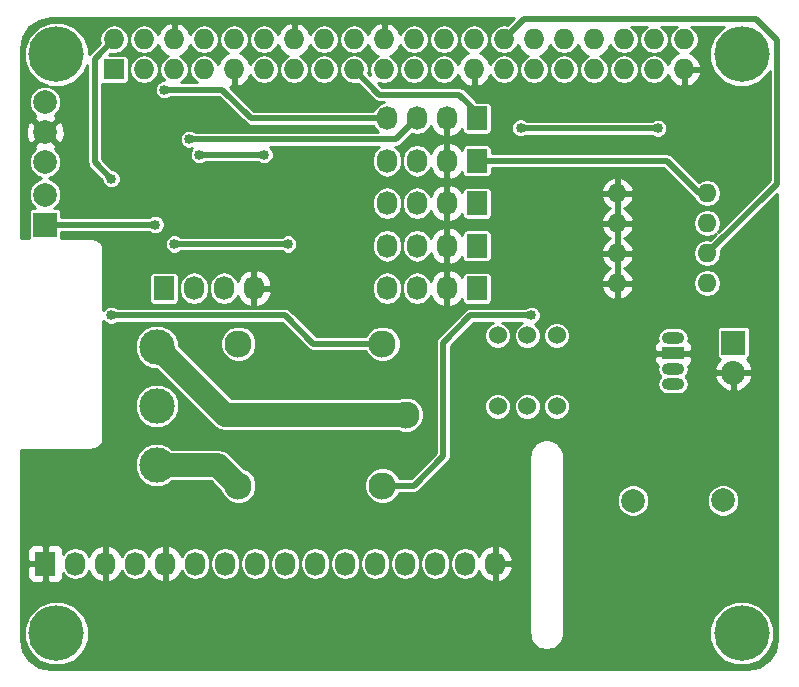
<source format=gbl>
G04 #@! TF.FileFunction,Copper,L2,Bot,Signal*
%FSLAX46Y46*%
G04 Gerber Fmt 4.6, Leading zero omitted, Abs format (unit mm)*
G04 Created by KiCad (PCBNEW 4.0.2+dfsg1-stable) date  6.06.2016 (пн) 11:52:17 EEST*
%MOMM*%
G01*
G04 APERTURE LIST*
%ADD10C,0.100000*%
%ADD11R,1.727200X1.727200*%
%ADD12O,1.727200X1.727200*%
%ADD13O,1.905000X1.000000*%
%ADD14R,1.905000X1.000000*%
%ADD15C,1.524000*%
%ADD16C,2.000000*%
%ADD17C,4.700000*%
%ADD18R,2.032000X2.032000*%
%ADD19O,2.032000X2.032000*%
%ADD20O,1.600000X1.600000*%
%ADD21C,3.000000*%
%ADD22C,2.300000*%
%ADD23R,1.727200X2.032000*%
%ADD24O,1.727200X2.032000*%
%ADD25R,2.000000X2.000000*%
%ADD26C,0.850000*%
%ADD27C,0.500000*%
%ADD28C,2.000000*%
%ADD29C,0.254000*%
G04 APERTURE END LIST*
D10*
D11*
X106370000Y-73370000D03*
D12*
X106370000Y-70830000D03*
X108910000Y-73370000D03*
X108910000Y-70830000D03*
X111450000Y-73370000D03*
X111450000Y-70830000D03*
X113990000Y-73370000D03*
X113990000Y-70830000D03*
X116530000Y-73370000D03*
X116530000Y-70830000D03*
X119070000Y-73370000D03*
X119070000Y-70830000D03*
X121610000Y-73370000D03*
X121610000Y-70830000D03*
X124150000Y-73370000D03*
X124150000Y-70830000D03*
X126690000Y-73370000D03*
X126690000Y-70830000D03*
X129230000Y-73370000D03*
X129230000Y-70830000D03*
X131770000Y-73370000D03*
X131770000Y-70830000D03*
X134310000Y-73370000D03*
X134310000Y-70830000D03*
X136850000Y-73370000D03*
X136850000Y-70830000D03*
X139390000Y-73370000D03*
X139390000Y-70830000D03*
X141930000Y-73370000D03*
X141930000Y-70830000D03*
X144470000Y-73370000D03*
X144470000Y-70830000D03*
X147010000Y-73370000D03*
X147010000Y-70830000D03*
X149550000Y-73370000D03*
X149550000Y-70830000D03*
X152090000Y-73370000D03*
X152090000Y-70830000D03*
X154630000Y-73370000D03*
X154630000Y-70830000D03*
D13*
X153700000Y-96100000D03*
D14*
X153700000Y-97400000D03*
D13*
X153700000Y-98700000D03*
X153700000Y-100000000D03*
D15*
X141350000Y-101880000D03*
X143850000Y-101880000D03*
X138850000Y-101880000D03*
X143850000Y-95880000D03*
X141350000Y-95880000D03*
X138850000Y-95880000D03*
D16*
X150324000Y-109878000D03*
X157944000Y-109858000D03*
D17*
X159500000Y-121100000D03*
X159500000Y-72100000D03*
X101500000Y-72100000D03*
X101500000Y-121100000D03*
D18*
X158800000Y-96500000D03*
D19*
X158800000Y-99040000D03*
D20*
X148970000Y-83860000D03*
X148970000Y-86400000D03*
X148970000Y-88940000D03*
X148970000Y-91480000D03*
X156590000Y-91480000D03*
X156590000Y-88940000D03*
X156590000Y-86400000D03*
X156590000Y-83860000D03*
D21*
X110000000Y-96850000D03*
X110000000Y-101850000D03*
X110000000Y-106850000D03*
D22*
X116900000Y-96600000D03*
X129100000Y-96600000D03*
X116900000Y-108600000D03*
X129100000Y-108600000D03*
X131100000Y-102600000D03*
D23*
X100540000Y-115202000D03*
D24*
X103080000Y-115202000D03*
X105620000Y-115202000D03*
X108160000Y-115202000D03*
X110700000Y-115202000D03*
X113240000Y-115202000D03*
X115780000Y-115202000D03*
X118320000Y-115202000D03*
X120860000Y-115202000D03*
X123400000Y-115202000D03*
X125940000Y-115202000D03*
X128480000Y-115202000D03*
X131020000Y-115202000D03*
X133560000Y-115202000D03*
X136100000Y-115202000D03*
X138640000Y-115202000D03*
D16*
X100540000Y-76140000D03*
X100540000Y-78680000D03*
X100540000Y-81220000D03*
D25*
X100520000Y-86500000D03*
D16*
X100520000Y-83960000D03*
D23*
X110600000Y-91900000D03*
D24*
X113140000Y-91900000D03*
X115680000Y-91900000D03*
X118220000Y-91900000D03*
D23*
X137100000Y-91900000D03*
D24*
X134560000Y-91900000D03*
X132020000Y-91900000D03*
X129480000Y-91900000D03*
D23*
X137100000Y-77500000D03*
D24*
X134560000Y-77500000D03*
X132020000Y-77500000D03*
X129480000Y-77500000D03*
D23*
X137100000Y-88300000D03*
D24*
X134560000Y-88300000D03*
X132020000Y-88300000D03*
X129480000Y-88300000D03*
D23*
X137100000Y-84700000D03*
D24*
X134560000Y-84700000D03*
X132020000Y-84700000D03*
X129480000Y-84700000D03*
D23*
X137100000Y-81100000D03*
D24*
X134560000Y-81100000D03*
X132020000Y-81100000D03*
X129480000Y-81100000D03*
D26*
X106130000Y-82630000D03*
X106130000Y-94190000D03*
X141710000Y-94180000D03*
X111480000Y-88150000D03*
X121100000Y-88150000D03*
X152420000Y-78350000D03*
X140790000Y-78320000D03*
X110630000Y-75090000D03*
X112730000Y-79290000D03*
X109860000Y-86500000D03*
X113590000Y-80590000D03*
X119070000Y-80590000D03*
D27*
X153150000Y-81100000D02*
X151320000Y-81100000D01*
X156590000Y-83860000D02*
X155910000Y-83860000D01*
X155910000Y-83860000D02*
X153150000Y-81100000D01*
X151320000Y-81100000D02*
X137100000Y-81100000D01*
X137100000Y-77500000D02*
X137100000Y-77000000D01*
X137100000Y-77000000D02*
X135600000Y-75500000D01*
X128820000Y-75500000D02*
X126690000Y-73370000D01*
X135600000Y-75500000D02*
X128820000Y-75500000D01*
X104730000Y-72470000D02*
X106370000Y-70830000D01*
X104730000Y-81230000D02*
X104730000Y-72470000D01*
X106130000Y-82630000D02*
X104730000Y-81230000D01*
X129100000Y-96600000D02*
X123260000Y-96600000D01*
X120850000Y-94190000D02*
X106130000Y-94190000D01*
X123260000Y-96600000D02*
X120850000Y-94190000D01*
X129100000Y-108600000D02*
X131770000Y-108600000D01*
X136550000Y-94180000D02*
X141710000Y-94180000D01*
X134230000Y-96500000D02*
X136550000Y-94180000D01*
X134230000Y-106140000D02*
X134230000Y-96500000D01*
X131770000Y-108600000D02*
X134230000Y-106140000D01*
X121100000Y-88150000D02*
X111480000Y-88150000D01*
D28*
X131100000Y-102600000D02*
X115750000Y-102600000D01*
X115750000Y-102600000D02*
X110000000Y-96850000D01*
X110000000Y-96850000D02*
X110000000Y-96810000D01*
X110000000Y-106850000D02*
X115150000Y-106850000D01*
X115150000Y-106850000D02*
X116900000Y-108600000D01*
D27*
X139390000Y-70830000D02*
X139390000Y-70780000D01*
X139390000Y-70780000D02*
X141060000Y-69110000D01*
X141060000Y-69110000D02*
X160740000Y-69110000D01*
X160740000Y-69110000D02*
X162500000Y-70870000D01*
X162500000Y-70870000D02*
X162500000Y-83030000D01*
X162500000Y-83030000D02*
X156590000Y-88940000D01*
X140820000Y-78350000D02*
X152420000Y-78350000D01*
X140790000Y-78320000D02*
X140820000Y-78350000D01*
X129480000Y-77500000D02*
X117960000Y-77500000D01*
X115550000Y-75090000D02*
X110630000Y-75090000D01*
X117960000Y-77500000D02*
X115550000Y-75090000D01*
X132020000Y-77500000D02*
X132020000Y-77510000D01*
X132020000Y-77510000D02*
X130240000Y-79290000D01*
X130240000Y-79290000D02*
X112730000Y-79290000D01*
X100520000Y-86500000D02*
X109860000Y-86500000D01*
X119070000Y-80590000D02*
X113590000Y-80590000D01*
D29*
G36*
X139662426Y-69615206D02*
X139390000Y-69561017D01*
X138913712Y-69655757D01*
X138509935Y-69925552D01*
X138240140Y-70329329D01*
X138145400Y-70805617D01*
X138145400Y-70854383D01*
X138240140Y-71330671D01*
X138509935Y-71734448D01*
X138913712Y-72004243D01*
X139390000Y-72098983D01*
X139866288Y-72004243D01*
X140270065Y-71734448D01*
X140539860Y-71330671D01*
X140540324Y-71328338D01*
X140723179Y-71718490D01*
X141155053Y-72112688D01*
X141416172Y-72220841D01*
X141049935Y-72465552D01*
X140780140Y-72869329D01*
X140685400Y-73345617D01*
X140685400Y-73394383D01*
X140780140Y-73870671D01*
X141049935Y-74274448D01*
X141453712Y-74544243D01*
X141930000Y-74638983D01*
X142406288Y-74544243D01*
X142810065Y-74274448D01*
X143079860Y-73870671D01*
X143174600Y-73394383D01*
X143174600Y-73345617D01*
X143225400Y-73345617D01*
X143225400Y-73394383D01*
X143320140Y-73870671D01*
X143589935Y-74274448D01*
X143993712Y-74544243D01*
X144470000Y-74638983D01*
X144946288Y-74544243D01*
X145350065Y-74274448D01*
X145619860Y-73870671D01*
X145714600Y-73394383D01*
X145714600Y-73345617D01*
X145619860Y-72869329D01*
X145350065Y-72465552D01*
X144946288Y-72195757D01*
X144470000Y-72101017D01*
X143993712Y-72195757D01*
X143589935Y-72465552D01*
X143320140Y-72869329D01*
X143225400Y-73345617D01*
X143174600Y-73345617D01*
X143079860Y-72869329D01*
X142810065Y-72465552D01*
X142443828Y-72220841D01*
X142704947Y-72112688D01*
X143136821Y-71718490D01*
X143319676Y-71328338D01*
X143320140Y-71330671D01*
X143589935Y-71734448D01*
X143993712Y-72004243D01*
X144470000Y-72098983D01*
X144946288Y-72004243D01*
X145350065Y-71734448D01*
X145619860Y-71330671D01*
X145620324Y-71328338D01*
X145803179Y-71718490D01*
X146235053Y-72112688D01*
X146496172Y-72220841D01*
X146129935Y-72465552D01*
X145860140Y-72869329D01*
X145765400Y-73345617D01*
X145765400Y-73394383D01*
X145860140Y-73870671D01*
X146129935Y-74274448D01*
X146533712Y-74544243D01*
X147010000Y-74638983D01*
X147486288Y-74544243D01*
X147890065Y-74274448D01*
X148159860Y-73870671D01*
X148254600Y-73394383D01*
X148254600Y-73345617D01*
X148305400Y-73345617D01*
X148305400Y-73394383D01*
X148400140Y-73870671D01*
X148669935Y-74274448D01*
X149073712Y-74544243D01*
X149550000Y-74638983D01*
X150026288Y-74544243D01*
X150430065Y-74274448D01*
X150699860Y-73870671D01*
X150794600Y-73394383D01*
X150794600Y-73345617D01*
X150699860Y-72869329D01*
X150430065Y-72465552D01*
X150026288Y-72195757D01*
X149550000Y-72101017D01*
X149073712Y-72195757D01*
X148669935Y-72465552D01*
X148400140Y-72869329D01*
X148305400Y-73345617D01*
X148254600Y-73345617D01*
X148159860Y-72869329D01*
X147890065Y-72465552D01*
X147523828Y-72220841D01*
X147784947Y-72112688D01*
X148216821Y-71718490D01*
X148399676Y-71328338D01*
X148400140Y-71330671D01*
X148669935Y-71734448D01*
X149073712Y-72004243D01*
X149550000Y-72098983D01*
X150026288Y-72004243D01*
X150430065Y-71734448D01*
X150699860Y-71330671D01*
X150794600Y-70854383D01*
X150794600Y-70805617D01*
X150699860Y-70329329D01*
X150430065Y-69925552D01*
X150153863Y-69741000D01*
X151486137Y-69741000D01*
X151209935Y-69925552D01*
X150940140Y-70329329D01*
X150845400Y-70805617D01*
X150845400Y-70854383D01*
X150940140Y-71330671D01*
X151209935Y-71734448D01*
X151613712Y-72004243D01*
X152090000Y-72098983D01*
X152566288Y-72004243D01*
X152970065Y-71734448D01*
X153239860Y-71330671D01*
X153334600Y-70854383D01*
X153334600Y-70805617D01*
X153239860Y-70329329D01*
X152970065Y-69925552D01*
X152693863Y-69741000D01*
X154026137Y-69741000D01*
X153749935Y-69925552D01*
X153480140Y-70329329D01*
X153385400Y-70805617D01*
X153385400Y-70854383D01*
X153480140Y-71330671D01*
X153749935Y-71734448D01*
X154116172Y-71979159D01*
X153855053Y-72087312D01*
X153423179Y-72481510D01*
X153240324Y-72871662D01*
X153239860Y-72869329D01*
X152970065Y-72465552D01*
X152566288Y-72195757D01*
X152090000Y-72101017D01*
X151613712Y-72195757D01*
X151209935Y-72465552D01*
X150940140Y-72869329D01*
X150845400Y-73345617D01*
X150845400Y-73394383D01*
X150940140Y-73870671D01*
X151209935Y-74274448D01*
X151613712Y-74544243D01*
X152090000Y-74638983D01*
X152566288Y-74544243D01*
X152970065Y-74274448D01*
X153239860Y-73870671D01*
X153240324Y-73868338D01*
X153423179Y-74258490D01*
X153855053Y-74652688D01*
X154270974Y-74824958D01*
X154503000Y-74703817D01*
X154503000Y-73497000D01*
X154757000Y-73497000D01*
X154757000Y-74703817D01*
X154989026Y-74824958D01*
X155404947Y-74652688D01*
X155836821Y-74258490D01*
X156084968Y-73729027D01*
X155964469Y-73497000D01*
X154757000Y-73497000D01*
X154503000Y-73497000D01*
X154483000Y-73497000D01*
X154483000Y-73243000D01*
X154503000Y-73243000D01*
X154503000Y-73223000D01*
X154757000Y-73223000D01*
X154757000Y-73243000D01*
X155964469Y-73243000D01*
X156084968Y-73010973D01*
X155836821Y-72481510D01*
X155404947Y-72087312D01*
X155143828Y-71979159D01*
X155510065Y-71734448D01*
X155779860Y-71330671D01*
X155874600Y-70854383D01*
X155874600Y-70805617D01*
X155779860Y-70329329D01*
X155510065Y-69925552D01*
X155233863Y-69741000D01*
X158057701Y-69741000D01*
X157955034Y-69783421D01*
X157186121Y-70550993D01*
X156769476Y-71554387D01*
X156768527Y-72640846D01*
X157183421Y-73644966D01*
X157950993Y-74413879D01*
X158954387Y-74830524D01*
X160040846Y-74831473D01*
X161044966Y-74416579D01*
X161813879Y-73649007D01*
X161869000Y-73516261D01*
X161869000Y-82768632D01*
X157540237Y-87097395D01*
X157704239Y-86851949D01*
X157794137Y-86400000D01*
X157704239Y-85948051D01*
X157448230Y-85564907D01*
X157065086Y-85308898D01*
X156613137Y-85219000D01*
X156566863Y-85219000D01*
X156114914Y-85308898D01*
X155731770Y-85564907D01*
X155475761Y-85948051D01*
X155385863Y-86400000D01*
X155475761Y-86851949D01*
X155731770Y-87235093D01*
X156114914Y-87491102D01*
X156566863Y-87581000D01*
X156613137Y-87581000D01*
X157065086Y-87491102D01*
X157310532Y-87327100D01*
X156834584Y-87803048D01*
X156613137Y-87759000D01*
X156566863Y-87759000D01*
X156114914Y-87848898D01*
X155731770Y-88104907D01*
X155475761Y-88488051D01*
X155385863Y-88940000D01*
X155475761Y-89391949D01*
X155731770Y-89775093D01*
X156114914Y-90031102D01*
X156566863Y-90121000D01*
X156613137Y-90121000D01*
X157065086Y-90031102D01*
X157448230Y-89775093D01*
X157704239Y-89391949D01*
X157794137Y-88940000D01*
X157742411Y-88679957D01*
X162544000Y-83878368D01*
X162544000Y-121555089D01*
X162342096Y-122570128D01*
X161792562Y-123392562D01*
X160970128Y-123942096D01*
X159955089Y-124144000D01*
X101044911Y-124144000D01*
X100029872Y-123942096D01*
X99207438Y-123392562D01*
X98657904Y-122570128D01*
X98473059Y-121640846D01*
X98768527Y-121640846D01*
X99183421Y-122644966D01*
X99950993Y-123413879D01*
X100954387Y-123830524D01*
X102040846Y-123831473D01*
X103044966Y-123416579D01*
X103813879Y-122649007D01*
X104230524Y-121645613D01*
X104231473Y-120559154D01*
X103816579Y-119555034D01*
X103049007Y-118786121D01*
X102045613Y-118369476D01*
X100959154Y-118368527D01*
X99955034Y-118783421D01*
X99186121Y-119550993D01*
X98769476Y-120554387D01*
X98768527Y-121640846D01*
X98473059Y-121640846D01*
X98456000Y-121555089D01*
X98456000Y-115487750D01*
X99041400Y-115487750D01*
X99041400Y-116344309D01*
X99138073Y-116577698D01*
X99316701Y-116756327D01*
X99550090Y-116853000D01*
X100254250Y-116853000D01*
X100413000Y-116694250D01*
X100413000Y-115329000D01*
X99200150Y-115329000D01*
X99041400Y-115487750D01*
X98456000Y-115487750D01*
X98456000Y-114059691D01*
X99041400Y-114059691D01*
X99041400Y-114916250D01*
X99200150Y-115075000D01*
X100413000Y-115075000D01*
X100413000Y-113709750D01*
X100667000Y-113709750D01*
X100667000Y-115075000D01*
X100687000Y-115075000D01*
X100687000Y-115329000D01*
X100667000Y-115329000D01*
X100667000Y-116694250D01*
X100825750Y-116853000D01*
X101529910Y-116853000D01*
X101763299Y-116756327D01*
X101941927Y-116577698D01*
X102038600Y-116344309D01*
X102038600Y-116020379D01*
X102199935Y-116261834D01*
X102603712Y-116531629D01*
X103080000Y-116626369D01*
X103556288Y-116531629D01*
X103960065Y-116261834D01*
X104229860Y-115858057D01*
X104232704Y-115843757D01*
X104328046Y-116116320D01*
X104717964Y-116552732D01*
X105245209Y-116806709D01*
X105260974Y-116809358D01*
X105493000Y-116688217D01*
X105493000Y-115329000D01*
X105473000Y-115329000D01*
X105473000Y-115075000D01*
X105493000Y-115075000D01*
X105493000Y-113715783D01*
X105747000Y-113715783D01*
X105747000Y-115075000D01*
X105767000Y-115075000D01*
X105767000Y-115329000D01*
X105747000Y-115329000D01*
X105747000Y-116688217D01*
X105979026Y-116809358D01*
X105994791Y-116806709D01*
X106522036Y-116552732D01*
X106911954Y-116116320D01*
X107007296Y-115843757D01*
X107010140Y-115858057D01*
X107279935Y-116261834D01*
X107683712Y-116531629D01*
X108160000Y-116626369D01*
X108636288Y-116531629D01*
X109040065Y-116261834D01*
X109309860Y-115858057D01*
X109312704Y-115843757D01*
X109408046Y-116116320D01*
X109797964Y-116552732D01*
X110325209Y-116806709D01*
X110340974Y-116809358D01*
X110573000Y-116688217D01*
X110573000Y-115329000D01*
X110553000Y-115329000D01*
X110553000Y-115075000D01*
X110573000Y-115075000D01*
X110573000Y-113715783D01*
X110827000Y-113715783D01*
X110827000Y-115075000D01*
X110847000Y-115075000D01*
X110847000Y-115329000D01*
X110827000Y-115329000D01*
X110827000Y-116688217D01*
X111059026Y-116809358D01*
X111074791Y-116806709D01*
X111602036Y-116552732D01*
X111991954Y-116116320D01*
X112087296Y-115843757D01*
X112090140Y-115858057D01*
X112359935Y-116261834D01*
X112763712Y-116531629D01*
X113240000Y-116626369D01*
X113716288Y-116531629D01*
X114120065Y-116261834D01*
X114389860Y-115858057D01*
X114484600Y-115381769D01*
X114484600Y-115022231D01*
X114535400Y-115022231D01*
X114535400Y-115381769D01*
X114630140Y-115858057D01*
X114899935Y-116261834D01*
X115303712Y-116531629D01*
X115780000Y-116626369D01*
X116256288Y-116531629D01*
X116660065Y-116261834D01*
X116929860Y-115858057D01*
X117024600Y-115381769D01*
X117024600Y-115022231D01*
X117075400Y-115022231D01*
X117075400Y-115381769D01*
X117170140Y-115858057D01*
X117439935Y-116261834D01*
X117843712Y-116531629D01*
X118320000Y-116626369D01*
X118796288Y-116531629D01*
X119200065Y-116261834D01*
X119469860Y-115858057D01*
X119564600Y-115381769D01*
X119564600Y-115022231D01*
X119615400Y-115022231D01*
X119615400Y-115381769D01*
X119710140Y-115858057D01*
X119979935Y-116261834D01*
X120383712Y-116531629D01*
X120860000Y-116626369D01*
X121336288Y-116531629D01*
X121740065Y-116261834D01*
X122009860Y-115858057D01*
X122104600Y-115381769D01*
X122104600Y-115022231D01*
X122155400Y-115022231D01*
X122155400Y-115381769D01*
X122250140Y-115858057D01*
X122519935Y-116261834D01*
X122923712Y-116531629D01*
X123400000Y-116626369D01*
X123876288Y-116531629D01*
X124280065Y-116261834D01*
X124549860Y-115858057D01*
X124644600Y-115381769D01*
X124644600Y-115022231D01*
X124695400Y-115022231D01*
X124695400Y-115381769D01*
X124790140Y-115858057D01*
X125059935Y-116261834D01*
X125463712Y-116531629D01*
X125940000Y-116626369D01*
X126416288Y-116531629D01*
X126820065Y-116261834D01*
X127089860Y-115858057D01*
X127184600Y-115381769D01*
X127184600Y-115022231D01*
X127235400Y-115022231D01*
X127235400Y-115381769D01*
X127330140Y-115858057D01*
X127599935Y-116261834D01*
X128003712Y-116531629D01*
X128480000Y-116626369D01*
X128956288Y-116531629D01*
X129360065Y-116261834D01*
X129629860Y-115858057D01*
X129724600Y-115381769D01*
X129724600Y-115022231D01*
X129775400Y-115022231D01*
X129775400Y-115381769D01*
X129870140Y-115858057D01*
X130139935Y-116261834D01*
X130543712Y-116531629D01*
X131020000Y-116626369D01*
X131496288Y-116531629D01*
X131900065Y-116261834D01*
X132169860Y-115858057D01*
X132264600Y-115381769D01*
X132264600Y-115022231D01*
X132315400Y-115022231D01*
X132315400Y-115381769D01*
X132410140Y-115858057D01*
X132679935Y-116261834D01*
X133083712Y-116531629D01*
X133560000Y-116626369D01*
X134036288Y-116531629D01*
X134440065Y-116261834D01*
X134709860Y-115858057D01*
X134804600Y-115381769D01*
X134804600Y-115022231D01*
X134855400Y-115022231D01*
X134855400Y-115381769D01*
X134950140Y-115858057D01*
X135219935Y-116261834D01*
X135623712Y-116531629D01*
X136100000Y-116626369D01*
X136576288Y-116531629D01*
X136980065Y-116261834D01*
X137249860Y-115858057D01*
X137252704Y-115843757D01*
X137348046Y-116116320D01*
X137737964Y-116552732D01*
X138265209Y-116806709D01*
X138280974Y-116809358D01*
X138513000Y-116688217D01*
X138513000Y-115329000D01*
X138767000Y-115329000D01*
X138767000Y-116688217D01*
X138999026Y-116809358D01*
X139014791Y-116806709D01*
X139542036Y-116552732D01*
X139931954Y-116116320D01*
X140125184Y-115563913D01*
X139980924Y-115329000D01*
X138767000Y-115329000D01*
X138513000Y-115329000D01*
X138493000Y-115329000D01*
X138493000Y-115075000D01*
X138513000Y-115075000D01*
X138513000Y-113715783D01*
X138767000Y-113715783D01*
X138767000Y-115075000D01*
X139980924Y-115075000D01*
X140125184Y-114840087D01*
X139931954Y-114287680D01*
X139542036Y-113851268D01*
X139014791Y-113597291D01*
X138999026Y-113594642D01*
X138767000Y-113715783D01*
X138513000Y-113715783D01*
X138280974Y-113594642D01*
X138265209Y-113597291D01*
X137737964Y-113851268D01*
X137348046Y-114287680D01*
X137252704Y-114560243D01*
X137249860Y-114545943D01*
X136980065Y-114142166D01*
X136576288Y-113872371D01*
X136100000Y-113777631D01*
X135623712Y-113872371D01*
X135219935Y-114142166D01*
X134950140Y-114545943D01*
X134855400Y-115022231D01*
X134804600Y-115022231D01*
X134709860Y-114545943D01*
X134440065Y-114142166D01*
X134036288Y-113872371D01*
X133560000Y-113777631D01*
X133083712Y-113872371D01*
X132679935Y-114142166D01*
X132410140Y-114545943D01*
X132315400Y-115022231D01*
X132264600Y-115022231D01*
X132169860Y-114545943D01*
X131900065Y-114142166D01*
X131496288Y-113872371D01*
X131020000Y-113777631D01*
X130543712Y-113872371D01*
X130139935Y-114142166D01*
X129870140Y-114545943D01*
X129775400Y-115022231D01*
X129724600Y-115022231D01*
X129629860Y-114545943D01*
X129360065Y-114142166D01*
X128956288Y-113872371D01*
X128480000Y-113777631D01*
X128003712Y-113872371D01*
X127599935Y-114142166D01*
X127330140Y-114545943D01*
X127235400Y-115022231D01*
X127184600Y-115022231D01*
X127089860Y-114545943D01*
X126820065Y-114142166D01*
X126416288Y-113872371D01*
X125940000Y-113777631D01*
X125463712Y-113872371D01*
X125059935Y-114142166D01*
X124790140Y-114545943D01*
X124695400Y-115022231D01*
X124644600Y-115022231D01*
X124549860Y-114545943D01*
X124280065Y-114142166D01*
X123876288Y-113872371D01*
X123400000Y-113777631D01*
X122923712Y-113872371D01*
X122519935Y-114142166D01*
X122250140Y-114545943D01*
X122155400Y-115022231D01*
X122104600Y-115022231D01*
X122009860Y-114545943D01*
X121740065Y-114142166D01*
X121336288Y-113872371D01*
X120860000Y-113777631D01*
X120383712Y-113872371D01*
X119979935Y-114142166D01*
X119710140Y-114545943D01*
X119615400Y-115022231D01*
X119564600Y-115022231D01*
X119469860Y-114545943D01*
X119200065Y-114142166D01*
X118796288Y-113872371D01*
X118320000Y-113777631D01*
X117843712Y-113872371D01*
X117439935Y-114142166D01*
X117170140Y-114545943D01*
X117075400Y-115022231D01*
X117024600Y-115022231D01*
X116929860Y-114545943D01*
X116660065Y-114142166D01*
X116256288Y-113872371D01*
X115780000Y-113777631D01*
X115303712Y-113872371D01*
X114899935Y-114142166D01*
X114630140Y-114545943D01*
X114535400Y-115022231D01*
X114484600Y-115022231D01*
X114389860Y-114545943D01*
X114120065Y-114142166D01*
X113716288Y-113872371D01*
X113240000Y-113777631D01*
X112763712Y-113872371D01*
X112359935Y-114142166D01*
X112090140Y-114545943D01*
X112087296Y-114560243D01*
X111991954Y-114287680D01*
X111602036Y-113851268D01*
X111074791Y-113597291D01*
X111059026Y-113594642D01*
X110827000Y-113715783D01*
X110573000Y-113715783D01*
X110340974Y-113594642D01*
X110325209Y-113597291D01*
X109797964Y-113851268D01*
X109408046Y-114287680D01*
X109312704Y-114560243D01*
X109309860Y-114545943D01*
X109040065Y-114142166D01*
X108636288Y-113872371D01*
X108160000Y-113777631D01*
X107683712Y-113872371D01*
X107279935Y-114142166D01*
X107010140Y-114545943D01*
X107007296Y-114560243D01*
X106911954Y-114287680D01*
X106522036Y-113851268D01*
X105994791Y-113597291D01*
X105979026Y-113594642D01*
X105747000Y-113715783D01*
X105493000Y-113715783D01*
X105260974Y-113594642D01*
X105245209Y-113597291D01*
X104717964Y-113851268D01*
X104328046Y-114287680D01*
X104232704Y-114560243D01*
X104229860Y-114545943D01*
X103960065Y-114142166D01*
X103556288Y-113872371D01*
X103080000Y-113777631D01*
X102603712Y-113872371D01*
X102199935Y-114142166D01*
X102038600Y-114383621D01*
X102038600Y-114059691D01*
X101941927Y-113826302D01*
X101763299Y-113647673D01*
X101529910Y-113551000D01*
X100825750Y-113551000D01*
X100667000Y-113709750D01*
X100413000Y-113709750D01*
X100254250Y-113551000D01*
X99550090Y-113551000D01*
X99316701Y-113647673D01*
X99138073Y-113826302D01*
X99041400Y-114059691D01*
X98456000Y-114059691D01*
X98456000Y-107222513D01*
X108118674Y-107222513D01*
X108404436Y-107914109D01*
X108933108Y-108443704D01*
X109624204Y-108730673D01*
X110372513Y-108731326D01*
X111064109Y-108445564D01*
X111279048Y-108231000D01*
X114577972Y-108231000D01*
X115452221Y-109105249D01*
X115601325Y-109466109D01*
X116031626Y-109897162D01*
X116594129Y-110130734D01*
X117203199Y-110131265D01*
X117766109Y-109898675D01*
X118197162Y-109468374D01*
X118430734Y-108905871D01*
X118430736Y-108903199D01*
X127568735Y-108903199D01*
X127801325Y-109466109D01*
X128231626Y-109897162D01*
X128794129Y-110130734D01*
X129403199Y-110131265D01*
X129966109Y-109898675D01*
X130397162Y-109468374D01*
X130495728Y-109231000D01*
X131770000Y-109231000D01*
X132011473Y-109182968D01*
X132216184Y-109046184D01*
X134676184Y-106586185D01*
X134812968Y-106381474D01*
X134820937Y-106341411D01*
X134861000Y-106140000D01*
X134861000Y-106100000D01*
X141544000Y-106100000D01*
X141544000Y-121100000D01*
X141552762Y-121144050D01*
X141552762Y-121188961D01*
X141628882Y-121571644D01*
X141696970Y-121736023D01*
X141913743Y-122060447D01*
X142039553Y-122186257D01*
X142363977Y-122403030D01*
X142528356Y-122471118D01*
X142911037Y-122547238D01*
X143088963Y-122547238D01*
X143471644Y-122471118D01*
X143636023Y-122403030D01*
X143960447Y-122186257D01*
X144086257Y-122060447D01*
X144303030Y-121736023D01*
X144342453Y-121640846D01*
X156768527Y-121640846D01*
X157183421Y-122644966D01*
X157950993Y-123413879D01*
X158954387Y-123830524D01*
X160040846Y-123831473D01*
X161044966Y-123416579D01*
X161813879Y-122649007D01*
X162230524Y-121645613D01*
X162231473Y-120559154D01*
X161816579Y-119555034D01*
X161049007Y-118786121D01*
X160045613Y-118369476D01*
X158959154Y-118368527D01*
X157955034Y-118783421D01*
X157186121Y-119550993D01*
X156769476Y-120554387D01*
X156768527Y-121640846D01*
X144342453Y-121640846D01*
X144371118Y-121571644D01*
X144447238Y-121188961D01*
X144447238Y-121144050D01*
X144456000Y-121100000D01*
X144456000Y-110151493D01*
X148942761Y-110151493D01*
X149152563Y-110659251D01*
X149540705Y-111048072D01*
X150048097Y-111258759D01*
X150597493Y-111259239D01*
X151105251Y-111049437D01*
X151494072Y-110661295D01*
X151704759Y-110153903D01*
X151704778Y-110131493D01*
X156562761Y-110131493D01*
X156772563Y-110639251D01*
X157160705Y-111028072D01*
X157668097Y-111238759D01*
X158217493Y-111239239D01*
X158725251Y-111029437D01*
X159114072Y-110641295D01*
X159324759Y-110133903D01*
X159325239Y-109584507D01*
X159115437Y-109076749D01*
X158727295Y-108687928D01*
X158219903Y-108477241D01*
X157670507Y-108476761D01*
X157162749Y-108686563D01*
X156773928Y-109074705D01*
X156563241Y-109582097D01*
X156562761Y-110131493D01*
X151704778Y-110131493D01*
X151705239Y-109604507D01*
X151495437Y-109096749D01*
X151107295Y-108707928D01*
X150599903Y-108497241D01*
X150050507Y-108496761D01*
X149542749Y-108706563D01*
X149153928Y-109094705D01*
X148943241Y-109602097D01*
X148942761Y-110151493D01*
X144456000Y-110151493D01*
X144456000Y-106100000D01*
X144447238Y-106055950D01*
X144447238Y-106011039D01*
X144371118Y-105628356D01*
X144303030Y-105463977D01*
X144303029Y-105463976D01*
X144086257Y-105139553D01*
X143960447Y-105013743D01*
X143636023Y-104796970D01*
X143471644Y-104728882D01*
X143088963Y-104652762D01*
X142911037Y-104652762D01*
X142528356Y-104728882D01*
X142363977Y-104796970D01*
X142039553Y-105013743D01*
X141913743Y-105139553D01*
X141696971Y-105463976D01*
X141696970Y-105463977D01*
X141628882Y-105628356D01*
X141552762Y-106011039D01*
X141552762Y-106055950D01*
X141544000Y-106100000D01*
X134861000Y-106100000D01*
X134861000Y-102106359D01*
X137706802Y-102106359D01*
X137880446Y-102526612D01*
X138201697Y-102848423D01*
X138621646Y-103022801D01*
X139076359Y-103023198D01*
X139496612Y-102849554D01*
X139818423Y-102528303D01*
X139992801Y-102108354D01*
X139992802Y-102106359D01*
X140206802Y-102106359D01*
X140380446Y-102526612D01*
X140701697Y-102848423D01*
X141121646Y-103022801D01*
X141576359Y-103023198D01*
X141996612Y-102849554D01*
X142318423Y-102528303D01*
X142492801Y-102108354D01*
X142492802Y-102106359D01*
X142706802Y-102106359D01*
X142880446Y-102526612D01*
X143201697Y-102848423D01*
X143621646Y-103022801D01*
X144076359Y-103023198D01*
X144496612Y-102849554D01*
X144818423Y-102528303D01*
X144992801Y-102108354D01*
X144993198Y-101653641D01*
X144819554Y-101233388D01*
X144498303Y-100911577D01*
X144078354Y-100737199D01*
X143623641Y-100736802D01*
X143203388Y-100910446D01*
X142881577Y-101231697D01*
X142707199Y-101651646D01*
X142706802Y-102106359D01*
X142492802Y-102106359D01*
X142493198Y-101653641D01*
X142319554Y-101233388D01*
X141998303Y-100911577D01*
X141578354Y-100737199D01*
X141123641Y-100736802D01*
X140703388Y-100910446D01*
X140381577Y-101231697D01*
X140207199Y-101651646D01*
X140206802Y-102106359D01*
X139992802Y-102106359D01*
X139993198Y-101653641D01*
X139819554Y-101233388D01*
X139498303Y-100911577D01*
X139078354Y-100737199D01*
X138623641Y-100736802D01*
X138203388Y-100910446D01*
X137881577Y-101231697D01*
X137707199Y-101651646D01*
X137706802Y-102106359D01*
X134861000Y-102106359D01*
X134861000Y-97685750D01*
X152112500Y-97685750D01*
X152112500Y-98026310D01*
X152209173Y-98259699D01*
X152387802Y-98438327D01*
X152392073Y-98440096D01*
X152340375Y-98700000D01*
X152407437Y-99037144D01*
X152598414Y-99322961D01*
X152638881Y-99350000D01*
X152598414Y-99377039D01*
X152407437Y-99662856D01*
X152340375Y-100000000D01*
X152407437Y-100337144D01*
X152598414Y-100622961D01*
X152884231Y-100813938D01*
X153221375Y-100881000D01*
X154178625Y-100881000D01*
X154515769Y-100813938D01*
X154801586Y-100622961D01*
X154992563Y-100337144D01*
X155059625Y-100000000D01*
X154992563Y-99662856D01*
X154832259Y-99422944D01*
X157194025Y-99422944D01*
X157393615Y-99904818D01*
X157831621Y-100377188D01*
X158417054Y-100645983D01*
X158673000Y-100527367D01*
X158673000Y-99167000D01*
X158927000Y-99167000D01*
X158927000Y-100527367D01*
X159182946Y-100645983D01*
X159768379Y-100377188D01*
X160206385Y-99904818D01*
X160405975Y-99422944D01*
X160286836Y-99167000D01*
X158927000Y-99167000D01*
X158673000Y-99167000D01*
X157313164Y-99167000D01*
X157194025Y-99422944D01*
X154832259Y-99422944D01*
X154801586Y-99377039D01*
X154761119Y-99350000D01*
X154801586Y-99322961D01*
X154992563Y-99037144D01*
X155059625Y-98700000D01*
X155051083Y-98657056D01*
X157194025Y-98657056D01*
X157313164Y-98913000D01*
X158673000Y-98913000D01*
X158673000Y-98893000D01*
X158927000Y-98893000D01*
X158927000Y-98913000D01*
X160286836Y-98913000D01*
X160405975Y-98657056D01*
X160206385Y-98175182D01*
X159934658Y-97882137D01*
X159957190Y-97877897D01*
X160086865Y-97794454D01*
X160173859Y-97667134D01*
X160204464Y-97516000D01*
X160204464Y-95484000D01*
X160177897Y-95342810D01*
X160094454Y-95213135D01*
X159967134Y-95126141D01*
X159816000Y-95095536D01*
X157784000Y-95095536D01*
X157642810Y-95122103D01*
X157513135Y-95205546D01*
X157426141Y-95332866D01*
X157395536Y-95484000D01*
X157395536Y-97516000D01*
X157422103Y-97657190D01*
X157505546Y-97786865D01*
X157632866Y-97873859D01*
X157666670Y-97880704D01*
X157393615Y-98175182D01*
X157194025Y-98657056D01*
X155051083Y-98657056D01*
X155007927Y-98440096D01*
X155012198Y-98438327D01*
X155190827Y-98259699D01*
X155287500Y-98026310D01*
X155287500Y-97685750D01*
X155128750Y-97527000D01*
X153827000Y-97527000D01*
X153827000Y-97547000D01*
X153573000Y-97547000D01*
X153573000Y-97527000D01*
X152271250Y-97527000D01*
X152112500Y-97685750D01*
X134861000Y-97685750D01*
X134861000Y-96761368D01*
X136811369Y-94811000D01*
X138444067Y-94811000D01*
X138203388Y-94910446D01*
X137881577Y-95231697D01*
X137707199Y-95651646D01*
X137706802Y-96106359D01*
X137880446Y-96526612D01*
X138201697Y-96848423D01*
X138621646Y-97022801D01*
X139076359Y-97023198D01*
X139496612Y-96849554D01*
X139818423Y-96528303D01*
X139992801Y-96108354D01*
X139993198Y-95653641D01*
X139819554Y-95233388D01*
X139498303Y-94911577D01*
X139256087Y-94811000D01*
X140944067Y-94811000D01*
X140703388Y-94910446D01*
X140381577Y-95231697D01*
X140207199Y-95651646D01*
X140206802Y-96106359D01*
X140380446Y-96526612D01*
X140701697Y-96848423D01*
X141121646Y-97022801D01*
X141576359Y-97023198D01*
X141996612Y-96849554D01*
X142318423Y-96528303D01*
X142492801Y-96108354D01*
X142492802Y-96106359D01*
X142706802Y-96106359D01*
X142880446Y-96526612D01*
X143201697Y-96848423D01*
X143621646Y-97022801D01*
X144076359Y-97023198D01*
X144496612Y-96849554D01*
X144572608Y-96773690D01*
X152112500Y-96773690D01*
X152112500Y-97114250D01*
X152271250Y-97273000D01*
X153573000Y-97273000D01*
X153573000Y-97253000D01*
X153827000Y-97253000D01*
X153827000Y-97273000D01*
X155128750Y-97273000D01*
X155287500Y-97114250D01*
X155287500Y-96773690D01*
X155190827Y-96540301D01*
X155012198Y-96361673D01*
X155007927Y-96359904D01*
X155059625Y-96100000D01*
X154992563Y-95762856D01*
X154801586Y-95477039D01*
X154515769Y-95286062D01*
X154178625Y-95219000D01*
X153221375Y-95219000D01*
X152884231Y-95286062D01*
X152598414Y-95477039D01*
X152407437Y-95762856D01*
X152340375Y-96100000D01*
X152392073Y-96359904D01*
X152387802Y-96361673D01*
X152209173Y-96540301D01*
X152112500Y-96773690D01*
X144572608Y-96773690D01*
X144818423Y-96528303D01*
X144992801Y-96108354D01*
X144993198Y-95653641D01*
X144819554Y-95233388D01*
X144498303Y-94911577D01*
X144078354Y-94737199D01*
X143623641Y-94736802D01*
X143203388Y-94910446D01*
X142881577Y-95231697D01*
X142707199Y-95651646D01*
X142706802Y-96106359D01*
X142492802Y-96106359D01*
X142493198Y-95653641D01*
X142319554Y-95233388D01*
X142013421Y-94926722D01*
X142165966Y-94863692D01*
X142392895Y-94637158D01*
X142515859Y-94341027D01*
X142516139Y-94020380D01*
X142393692Y-93724034D01*
X142167158Y-93497105D01*
X141871027Y-93374141D01*
X141550380Y-93373861D01*
X141254034Y-93496308D01*
X141201250Y-93549000D01*
X136550000Y-93549000D01*
X136308527Y-93597032D01*
X136308525Y-93597033D01*
X136308526Y-93597033D01*
X136103815Y-93733816D01*
X133783816Y-96053816D01*
X133647032Y-96258527D01*
X133599000Y-96500000D01*
X133599000Y-105878631D01*
X131508632Y-107969000D01*
X130495820Y-107969000D01*
X130398675Y-107733891D01*
X129968374Y-107302838D01*
X129405871Y-107069266D01*
X128796801Y-107068735D01*
X128233891Y-107301325D01*
X127802838Y-107731626D01*
X127569266Y-108294129D01*
X127568735Y-108903199D01*
X118430736Y-108903199D01*
X118431265Y-108296801D01*
X118198675Y-107733891D01*
X117768374Y-107302838D01*
X117404967Y-107151938D01*
X116126514Y-105873486D01*
X115678486Y-105574122D01*
X115592568Y-105557032D01*
X115150000Y-105469000D01*
X111279225Y-105469000D01*
X111066892Y-105256296D01*
X110375796Y-104969327D01*
X109627487Y-104968674D01*
X108935891Y-105254436D01*
X108406296Y-105783108D01*
X108119327Y-106474204D01*
X108118674Y-107222513D01*
X98456000Y-107222513D01*
X98456000Y-105644911D01*
X98467602Y-105586582D01*
X98475204Y-105575204D01*
X98486582Y-105567602D01*
X98544911Y-105556000D01*
X104500000Y-105556000D01*
X104544050Y-105547238D01*
X104588961Y-105547238D01*
X104780303Y-105509178D01*
X104780305Y-105509178D01*
X104944684Y-105441089D01*
X105106895Y-105332702D01*
X105169517Y-105270079D01*
X105232702Y-105206895D01*
X105341089Y-105044684D01*
X105409178Y-104880305D01*
X105409178Y-104880303D01*
X105447238Y-104688960D01*
X105447238Y-104644050D01*
X105456000Y-104600000D01*
X105456000Y-102222513D01*
X108118674Y-102222513D01*
X108404436Y-102914109D01*
X108933108Y-103443704D01*
X109624204Y-103730673D01*
X110372513Y-103731326D01*
X111064109Y-103445564D01*
X111593704Y-102916892D01*
X111880673Y-102225796D01*
X111881326Y-101477487D01*
X111595564Y-100785891D01*
X111066892Y-100256296D01*
X110375796Y-99969327D01*
X109627487Y-99968674D01*
X108935891Y-100254436D01*
X108406296Y-100783108D01*
X108119327Y-101474204D01*
X108118674Y-102222513D01*
X105456000Y-102222513D01*
X105456000Y-97222513D01*
X108118674Y-97222513D01*
X108404436Y-97914109D01*
X108933108Y-98443704D01*
X109624204Y-98730673D01*
X109927910Y-98730938D01*
X114773486Y-103576514D01*
X115221514Y-103875878D01*
X115750000Y-103981000D01*
X130433530Y-103981000D01*
X130794129Y-104130734D01*
X131403199Y-104131265D01*
X131966109Y-103898675D01*
X132397162Y-103468374D01*
X132630734Y-102905871D01*
X132631265Y-102296801D01*
X132398675Y-101733891D01*
X131968374Y-101302838D01*
X131405871Y-101069266D01*
X130796801Y-101068735D01*
X130433132Y-101219000D01*
X116322028Y-101219000D01*
X112006227Y-96903199D01*
X115368735Y-96903199D01*
X115601325Y-97466109D01*
X116031626Y-97897162D01*
X116594129Y-98130734D01*
X117203199Y-98131265D01*
X117766109Y-97898675D01*
X118197162Y-97468374D01*
X118430734Y-96905871D01*
X118431265Y-96296801D01*
X118198675Y-95733891D01*
X117768374Y-95302838D01*
X117205871Y-95069266D01*
X116596801Y-95068735D01*
X116033891Y-95301325D01*
X115602838Y-95731626D01*
X115369266Y-96294129D01*
X115368735Y-96903199D01*
X112006227Y-96903199D01*
X111881064Y-96778036D01*
X111881326Y-96477487D01*
X111595564Y-95785891D01*
X111066892Y-95256296D01*
X110375796Y-94969327D01*
X109627487Y-94968674D01*
X108935891Y-95254436D01*
X108406296Y-95783108D01*
X108119327Y-96474204D01*
X108118674Y-97222513D01*
X105456000Y-97222513D01*
X105456000Y-94655675D01*
X105672842Y-94872895D01*
X105968973Y-94995859D01*
X106289620Y-94996139D01*
X106585966Y-94873692D01*
X106638750Y-94821000D01*
X120588632Y-94821000D01*
X122813816Y-97046185D01*
X122940750Y-97130999D01*
X123018527Y-97182968D01*
X123260000Y-97231000D01*
X127704180Y-97231000D01*
X127801325Y-97466109D01*
X128231626Y-97897162D01*
X128794129Y-98130734D01*
X129403199Y-98131265D01*
X129966109Y-97898675D01*
X130397162Y-97468374D01*
X130630734Y-96905871D01*
X130631265Y-96296801D01*
X130398675Y-95733891D01*
X129968374Y-95302838D01*
X129405871Y-95069266D01*
X128796801Y-95068735D01*
X128233891Y-95301325D01*
X127802838Y-95731626D01*
X127704272Y-95969000D01*
X123521369Y-95969000D01*
X121296184Y-93743816D01*
X121091473Y-93607032D01*
X120850000Y-93559000D01*
X106638963Y-93559000D01*
X106587158Y-93507105D01*
X106291027Y-93384141D01*
X105970380Y-93383861D01*
X105674034Y-93506308D01*
X105456000Y-93723962D01*
X105456000Y-90884000D01*
X109347936Y-90884000D01*
X109347936Y-92916000D01*
X109374503Y-93057190D01*
X109457946Y-93186865D01*
X109585266Y-93273859D01*
X109736400Y-93304464D01*
X111463600Y-93304464D01*
X111604790Y-93277897D01*
X111734465Y-93194454D01*
X111821459Y-93067134D01*
X111852064Y-92916000D01*
X111852064Y-91720231D01*
X111895400Y-91720231D01*
X111895400Y-92079769D01*
X111990140Y-92556057D01*
X112259935Y-92959834D01*
X112663712Y-93229629D01*
X113140000Y-93324369D01*
X113616288Y-93229629D01*
X114020065Y-92959834D01*
X114289860Y-92556057D01*
X114384600Y-92079769D01*
X114384600Y-91720231D01*
X114435400Y-91720231D01*
X114435400Y-92079769D01*
X114530140Y-92556057D01*
X114799935Y-92959834D01*
X115203712Y-93229629D01*
X115680000Y-93324369D01*
X116156288Y-93229629D01*
X116560065Y-92959834D01*
X116829860Y-92556057D01*
X116832704Y-92541757D01*
X116928046Y-92814320D01*
X117317964Y-93250732D01*
X117845209Y-93504709D01*
X117860974Y-93507358D01*
X118093000Y-93386217D01*
X118093000Y-92027000D01*
X118347000Y-92027000D01*
X118347000Y-93386217D01*
X118579026Y-93507358D01*
X118594791Y-93504709D01*
X119122036Y-93250732D01*
X119511954Y-92814320D01*
X119705184Y-92261913D01*
X119560924Y-92027000D01*
X118347000Y-92027000D01*
X118093000Y-92027000D01*
X118073000Y-92027000D01*
X118073000Y-91773000D01*
X118093000Y-91773000D01*
X118093000Y-90413783D01*
X118347000Y-90413783D01*
X118347000Y-91773000D01*
X119560924Y-91773000D01*
X119593329Y-91720231D01*
X128235400Y-91720231D01*
X128235400Y-92079769D01*
X128330140Y-92556057D01*
X128599935Y-92959834D01*
X129003712Y-93229629D01*
X129480000Y-93324369D01*
X129956288Y-93229629D01*
X130360065Y-92959834D01*
X130629860Y-92556057D01*
X130724600Y-92079769D01*
X130724600Y-91720231D01*
X130775400Y-91720231D01*
X130775400Y-92079769D01*
X130870140Y-92556057D01*
X131139935Y-92959834D01*
X131543712Y-93229629D01*
X132020000Y-93324369D01*
X132496288Y-93229629D01*
X132900065Y-92959834D01*
X133169860Y-92556057D01*
X133172704Y-92541757D01*
X133268046Y-92814320D01*
X133657964Y-93250732D01*
X134185209Y-93504709D01*
X134200974Y-93507358D01*
X134433000Y-93386217D01*
X134433000Y-92027000D01*
X134413000Y-92027000D01*
X134413000Y-91773000D01*
X134433000Y-91773000D01*
X134433000Y-90413783D01*
X134687000Y-90413783D01*
X134687000Y-91773000D01*
X134707000Y-91773000D01*
X134707000Y-92027000D01*
X134687000Y-92027000D01*
X134687000Y-93386217D01*
X134919026Y-93507358D01*
X134934791Y-93504709D01*
X135462036Y-93250732D01*
X135847936Y-92818817D01*
X135847936Y-92916000D01*
X135874503Y-93057190D01*
X135957946Y-93186865D01*
X136085266Y-93273859D01*
X136236400Y-93304464D01*
X137963600Y-93304464D01*
X138104790Y-93277897D01*
X138234465Y-93194454D01*
X138321459Y-93067134D01*
X138352064Y-92916000D01*
X138352064Y-91829039D01*
X147578096Y-91829039D01*
X147738959Y-92217423D01*
X148114866Y-92632389D01*
X148620959Y-92871914D01*
X148843000Y-92750629D01*
X148843000Y-91607000D01*
X149097000Y-91607000D01*
X149097000Y-92750629D01*
X149319041Y-92871914D01*
X149825134Y-92632389D01*
X150201041Y-92217423D01*
X150361904Y-91829039D01*
X150239915Y-91607000D01*
X149097000Y-91607000D01*
X148843000Y-91607000D01*
X147700085Y-91607000D01*
X147578096Y-91829039D01*
X138352064Y-91829039D01*
X138352064Y-91480000D01*
X155385863Y-91480000D01*
X155475761Y-91931949D01*
X155731770Y-92315093D01*
X156114914Y-92571102D01*
X156566863Y-92661000D01*
X156613137Y-92661000D01*
X157065086Y-92571102D01*
X157448230Y-92315093D01*
X157704239Y-91931949D01*
X157794137Y-91480000D01*
X157704239Y-91028051D01*
X157448230Y-90644907D01*
X157065086Y-90388898D01*
X156613137Y-90299000D01*
X156566863Y-90299000D01*
X156114914Y-90388898D01*
X155731770Y-90644907D01*
X155475761Y-91028051D01*
X155385863Y-91480000D01*
X138352064Y-91480000D01*
X138352064Y-90884000D01*
X138325497Y-90742810D01*
X138242054Y-90613135D01*
X138114734Y-90526141D01*
X137963600Y-90495536D01*
X136236400Y-90495536D01*
X136095210Y-90522103D01*
X135965535Y-90605546D01*
X135878541Y-90732866D01*
X135847936Y-90884000D01*
X135847936Y-90981183D01*
X135462036Y-90549268D01*
X134934791Y-90295291D01*
X134919026Y-90292642D01*
X134687000Y-90413783D01*
X134433000Y-90413783D01*
X134200974Y-90292642D01*
X134185209Y-90295291D01*
X133657964Y-90549268D01*
X133268046Y-90985680D01*
X133172704Y-91258243D01*
X133169860Y-91243943D01*
X132900065Y-90840166D01*
X132496288Y-90570371D01*
X132020000Y-90475631D01*
X131543712Y-90570371D01*
X131139935Y-90840166D01*
X130870140Y-91243943D01*
X130775400Y-91720231D01*
X130724600Y-91720231D01*
X130629860Y-91243943D01*
X130360065Y-90840166D01*
X129956288Y-90570371D01*
X129480000Y-90475631D01*
X129003712Y-90570371D01*
X128599935Y-90840166D01*
X128330140Y-91243943D01*
X128235400Y-91720231D01*
X119593329Y-91720231D01*
X119705184Y-91538087D01*
X119511954Y-90985680D01*
X119122036Y-90549268D01*
X118594791Y-90295291D01*
X118579026Y-90292642D01*
X118347000Y-90413783D01*
X118093000Y-90413783D01*
X117860974Y-90292642D01*
X117845209Y-90295291D01*
X117317964Y-90549268D01*
X116928046Y-90985680D01*
X116832704Y-91258243D01*
X116829860Y-91243943D01*
X116560065Y-90840166D01*
X116156288Y-90570371D01*
X115680000Y-90475631D01*
X115203712Y-90570371D01*
X114799935Y-90840166D01*
X114530140Y-91243943D01*
X114435400Y-91720231D01*
X114384600Y-91720231D01*
X114289860Y-91243943D01*
X114020065Y-90840166D01*
X113616288Y-90570371D01*
X113140000Y-90475631D01*
X112663712Y-90570371D01*
X112259935Y-90840166D01*
X111990140Y-91243943D01*
X111895400Y-91720231D01*
X111852064Y-91720231D01*
X111852064Y-90884000D01*
X111825497Y-90742810D01*
X111742054Y-90613135D01*
X111614734Y-90526141D01*
X111463600Y-90495536D01*
X109736400Y-90495536D01*
X109595210Y-90522103D01*
X109465535Y-90605546D01*
X109378541Y-90732866D01*
X109347936Y-90884000D01*
X105456000Y-90884000D01*
X105456000Y-88600000D01*
X105447238Y-88555950D01*
X105447238Y-88511040D01*
X105409178Y-88319697D01*
X105409178Y-88319695D01*
X105405005Y-88309620D01*
X110673861Y-88309620D01*
X110796308Y-88605966D01*
X111022842Y-88832895D01*
X111318973Y-88955859D01*
X111639620Y-88956139D01*
X111935966Y-88833692D01*
X111988750Y-88781000D01*
X120591037Y-88781000D01*
X120642842Y-88832895D01*
X120938973Y-88955859D01*
X121259620Y-88956139D01*
X121555966Y-88833692D01*
X121782895Y-88607158D01*
X121905859Y-88311027D01*
X121906025Y-88120231D01*
X128235400Y-88120231D01*
X128235400Y-88479769D01*
X128330140Y-88956057D01*
X128599935Y-89359834D01*
X129003712Y-89629629D01*
X129480000Y-89724369D01*
X129956288Y-89629629D01*
X130360065Y-89359834D01*
X130629860Y-88956057D01*
X130724600Y-88479769D01*
X130724600Y-88120231D01*
X130775400Y-88120231D01*
X130775400Y-88479769D01*
X130870140Y-88956057D01*
X131139935Y-89359834D01*
X131543712Y-89629629D01*
X132020000Y-89724369D01*
X132496288Y-89629629D01*
X132900065Y-89359834D01*
X133169860Y-88956057D01*
X133172704Y-88941757D01*
X133268046Y-89214320D01*
X133657964Y-89650732D01*
X134185209Y-89904709D01*
X134200974Y-89907358D01*
X134433000Y-89786217D01*
X134433000Y-88427000D01*
X134413000Y-88427000D01*
X134413000Y-88173000D01*
X134433000Y-88173000D01*
X134433000Y-86813783D01*
X134687000Y-86813783D01*
X134687000Y-88173000D01*
X134707000Y-88173000D01*
X134707000Y-88427000D01*
X134687000Y-88427000D01*
X134687000Y-89786217D01*
X134919026Y-89907358D01*
X134934791Y-89904709D01*
X135462036Y-89650732D01*
X135847936Y-89218817D01*
X135847936Y-89316000D01*
X135874503Y-89457190D01*
X135957946Y-89586865D01*
X136085266Y-89673859D01*
X136236400Y-89704464D01*
X137963600Y-89704464D01*
X138104790Y-89677897D01*
X138234465Y-89594454D01*
X138321459Y-89467134D01*
X138352064Y-89316000D01*
X138352064Y-89289039D01*
X147578096Y-89289039D01*
X147738959Y-89677423D01*
X148114866Y-90092389D01*
X148363367Y-90210000D01*
X148114866Y-90327611D01*
X147738959Y-90742577D01*
X147578096Y-91130961D01*
X147700085Y-91353000D01*
X148843000Y-91353000D01*
X148843000Y-89067000D01*
X149097000Y-89067000D01*
X149097000Y-91353000D01*
X150239915Y-91353000D01*
X150361904Y-91130961D01*
X150201041Y-90742577D01*
X149825134Y-90327611D01*
X149576633Y-90210000D01*
X149825134Y-90092389D01*
X150201041Y-89677423D01*
X150361904Y-89289039D01*
X150239915Y-89067000D01*
X149097000Y-89067000D01*
X148843000Y-89067000D01*
X147700085Y-89067000D01*
X147578096Y-89289039D01*
X138352064Y-89289039D01*
X138352064Y-87284000D01*
X138325497Y-87142810D01*
X138242054Y-87013135D01*
X138114734Y-86926141D01*
X137963600Y-86895536D01*
X136236400Y-86895536D01*
X136095210Y-86922103D01*
X135965535Y-87005546D01*
X135878541Y-87132866D01*
X135847936Y-87284000D01*
X135847936Y-87381183D01*
X135462036Y-86949268D01*
X135046370Y-86749039D01*
X147578096Y-86749039D01*
X147738959Y-87137423D01*
X148114866Y-87552389D01*
X148363367Y-87670000D01*
X148114866Y-87787611D01*
X147738959Y-88202577D01*
X147578096Y-88590961D01*
X147700085Y-88813000D01*
X148843000Y-88813000D01*
X148843000Y-86527000D01*
X149097000Y-86527000D01*
X149097000Y-88813000D01*
X150239915Y-88813000D01*
X150361904Y-88590961D01*
X150201041Y-88202577D01*
X149825134Y-87787611D01*
X149576633Y-87670000D01*
X149825134Y-87552389D01*
X150201041Y-87137423D01*
X150361904Y-86749039D01*
X150239915Y-86527000D01*
X149097000Y-86527000D01*
X148843000Y-86527000D01*
X147700085Y-86527000D01*
X147578096Y-86749039D01*
X135046370Y-86749039D01*
X134934791Y-86695291D01*
X134919026Y-86692642D01*
X134687000Y-86813783D01*
X134433000Y-86813783D01*
X134200974Y-86692642D01*
X134185209Y-86695291D01*
X133657964Y-86949268D01*
X133268046Y-87385680D01*
X133172704Y-87658243D01*
X133169860Y-87643943D01*
X132900065Y-87240166D01*
X132496288Y-86970371D01*
X132020000Y-86875631D01*
X131543712Y-86970371D01*
X131139935Y-87240166D01*
X130870140Y-87643943D01*
X130775400Y-88120231D01*
X130724600Y-88120231D01*
X130629860Y-87643943D01*
X130360065Y-87240166D01*
X129956288Y-86970371D01*
X129480000Y-86875631D01*
X129003712Y-86970371D01*
X128599935Y-87240166D01*
X128330140Y-87643943D01*
X128235400Y-88120231D01*
X121906025Y-88120231D01*
X121906139Y-87990380D01*
X121783692Y-87694034D01*
X121557158Y-87467105D01*
X121261027Y-87344141D01*
X120940380Y-87343861D01*
X120644034Y-87466308D01*
X120591250Y-87519000D01*
X111988963Y-87519000D01*
X111937158Y-87467105D01*
X111641027Y-87344141D01*
X111320380Y-87343861D01*
X111024034Y-87466308D01*
X110797105Y-87692842D01*
X110674141Y-87988973D01*
X110673861Y-88309620D01*
X105405005Y-88309620D01*
X105341089Y-88155316D01*
X105232702Y-87993105D01*
X105148123Y-87908527D01*
X105106895Y-87867298D01*
X104944684Y-87758911D01*
X104780305Y-87690822D01*
X104780303Y-87690822D01*
X104588961Y-87652762D01*
X104544050Y-87652762D01*
X104500000Y-87644000D01*
X101879304Y-87644000D01*
X101908464Y-87500000D01*
X101908464Y-87131000D01*
X109351037Y-87131000D01*
X109402842Y-87182895D01*
X109698973Y-87305859D01*
X110019620Y-87306139D01*
X110315966Y-87183692D01*
X110542895Y-86957158D01*
X110665859Y-86661027D01*
X110666139Y-86340380D01*
X110543692Y-86044034D01*
X110317158Y-85817105D01*
X110021027Y-85694141D01*
X109700380Y-85693861D01*
X109404034Y-85816308D01*
X109351250Y-85869000D01*
X101908464Y-85869000D01*
X101908464Y-85500000D01*
X101881897Y-85358810D01*
X101798454Y-85229135D01*
X101671134Y-85142141D01*
X101520000Y-85111536D01*
X101321187Y-85111536D01*
X101690072Y-84743295D01*
X101782696Y-84520231D01*
X128235400Y-84520231D01*
X128235400Y-84879769D01*
X128330140Y-85356057D01*
X128599935Y-85759834D01*
X129003712Y-86029629D01*
X129480000Y-86124369D01*
X129956288Y-86029629D01*
X130360065Y-85759834D01*
X130629860Y-85356057D01*
X130724600Y-84879769D01*
X130724600Y-84520231D01*
X130775400Y-84520231D01*
X130775400Y-84879769D01*
X130870140Y-85356057D01*
X131139935Y-85759834D01*
X131543712Y-86029629D01*
X132020000Y-86124369D01*
X132496288Y-86029629D01*
X132900065Y-85759834D01*
X133169860Y-85356057D01*
X133172704Y-85341757D01*
X133268046Y-85614320D01*
X133657964Y-86050732D01*
X134185209Y-86304709D01*
X134200974Y-86307358D01*
X134433000Y-86186217D01*
X134433000Y-84827000D01*
X134413000Y-84827000D01*
X134413000Y-84573000D01*
X134433000Y-84573000D01*
X134433000Y-83213783D01*
X134687000Y-83213783D01*
X134687000Y-84573000D01*
X134707000Y-84573000D01*
X134707000Y-84827000D01*
X134687000Y-84827000D01*
X134687000Y-86186217D01*
X134919026Y-86307358D01*
X134934791Y-86304709D01*
X135462036Y-86050732D01*
X135847936Y-85618817D01*
X135847936Y-85716000D01*
X135874503Y-85857190D01*
X135957946Y-85986865D01*
X136085266Y-86073859D01*
X136236400Y-86104464D01*
X137963600Y-86104464D01*
X138104790Y-86077897D01*
X138234465Y-85994454D01*
X138321459Y-85867134D01*
X138352064Y-85716000D01*
X138352064Y-84209039D01*
X147578096Y-84209039D01*
X147738959Y-84597423D01*
X148114866Y-85012389D01*
X148363367Y-85130000D01*
X148114866Y-85247611D01*
X147738959Y-85662577D01*
X147578096Y-86050961D01*
X147700085Y-86273000D01*
X148843000Y-86273000D01*
X148843000Y-83987000D01*
X149097000Y-83987000D01*
X149097000Y-86273000D01*
X150239915Y-86273000D01*
X150361904Y-86050961D01*
X150201041Y-85662577D01*
X149825134Y-85247611D01*
X149576633Y-85130000D01*
X149825134Y-85012389D01*
X150201041Y-84597423D01*
X150361904Y-84209039D01*
X150239915Y-83987000D01*
X149097000Y-83987000D01*
X148843000Y-83987000D01*
X147700085Y-83987000D01*
X147578096Y-84209039D01*
X138352064Y-84209039D01*
X138352064Y-83684000D01*
X138325497Y-83542810D01*
X138305003Y-83510961D01*
X147578096Y-83510961D01*
X147700085Y-83733000D01*
X148843000Y-83733000D01*
X148843000Y-82589371D01*
X149097000Y-82589371D01*
X149097000Y-83733000D01*
X150239915Y-83733000D01*
X150361904Y-83510961D01*
X150201041Y-83122577D01*
X149825134Y-82707611D01*
X149319041Y-82468086D01*
X149097000Y-82589371D01*
X148843000Y-82589371D01*
X148620959Y-82468086D01*
X148114866Y-82707611D01*
X147738959Y-83122577D01*
X147578096Y-83510961D01*
X138305003Y-83510961D01*
X138242054Y-83413135D01*
X138114734Y-83326141D01*
X137963600Y-83295536D01*
X136236400Y-83295536D01*
X136095210Y-83322103D01*
X135965535Y-83405546D01*
X135878541Y-83532866D01*
X135847936Y-83684000D01*
X135847936Y-83781183D01*
X135462036Y-83349268D01*
X134934791Y-83095291D01*
X134919026Y-83092642D01*
X134687000Y-83213783D01*
X134433000Y-83213783D01*
X134200974Y-83092642D01*
X134185209Y-83095291D01*
X133657964Y-83349268D01*
X133268046Y-83785680D01*
X133172704Y-84058243D01*
X133169860Y-84043943D01*
X132900065Y-83640166D01*
X132496288Y-83370371D01*
X132020000Y-83275631D01*
X131543712Y-83370371D01*
X131139935Y-83640166D01*
X130870140Y-84043943D01*
X130775400Y-84520231D01*
X130724600Y-84520231D01*
X130629860Y-84043943D01*
X130360065Y-83640166D01*
X129956288Y-83370371D01*
X129480000Y-83275631D01*
X129003712Y-83370371D01*
X128599935Y-83640166D01*
X128330140Y-84043943D01*
X128235400Y-84520231D01*
X101782696Y-84520231D01*
X101900759Y-84235903D01*
X101901239Y-83686507D01*
X101691437Y-83178749D01*
X101303295Y-82789928D01*
X100831230Y-82593910D01*
X101321251Y-82391437D01*
X101710072Y-82003295D01*
X101920759Y-81495903D01*
X101921239Y-80946507D01*
X101711437Y-80438749D01*
X101384836Y-80111577D01*
X101414264Y-80099387D01*
X101512927Y-79832532D01*
X100540000Y-78859605D01*
X99567073Y-79832532D01*
X99665736Y-80099387D01*
X99696418Y-80110786D01*
X99369928Y-80436705D01*
X99159241Y-80944097D01*
X99158761Y-81493493D01*
X99368563Y-82001251D01*
X99756705Y-82390072D01*
X100228770Y-82586090D01*
X99738749Y-82788563D01*
X99349928Y-83176705D01*
X99139241Y-83684097D01*
X99138761Y-84233493D01*
X99348563Y-84741251D01*
X99718201Y-85111536D01*
X99520000Y-85111536D01*
X99378810Y-85138103D01*
X99249135Y-85221546D01*
X99162141Y-85348866D01*
X99131536Y-85500000D01*
X99131536Y-87500000D01*
X99158103Y-87641190D01*
X99159911Y-87644000D01*
X98544911Y-87644000D01*
X98486582Y-87632398D01*
X98475204Y-87624796D01*
X98467602Y-87613418D01*
X98456000Y-87555089D01*
X98456000Y-78415461D01*
X98894092Y-78415461D01*
X98918144Y-79065460D01*
X99120613Y-79554264D01*
X99387468Y-79652927D01*
X100360395Y-78680000D01*
X100719605Y-78680000D01*
X101692532Y-79652927D01*
X101959387Y-79554264D01*
X102185908Y-78944539D01*
X102161856Y-78294540D01*
X101959387Y-77805736D01*
X101692532Y-77707073D01*
X100719605Y-78680000D01*
X100360395Y-78680000D01*
X99387468Y-77707073D01*
X99120613Y-77805736D01*
X98894092Y-78415461D01*
X98456000Y-78415461D01*
X98456000Y-72640846D01*
X98768527Y-72640846D01*
X99183421Y-73644966D01*
X99950993Y-74413879D01*
X100782648Y-74759212D01*
X100266507Y-74758761D01*
X99758749Y-74968563D01*
X99369928Y-75356705D01*
X99159241Y-75864097D01*
X99158761Y-76413493D01*
X99368563Y-76921251D01*
X99695164Y-77248423D01*
X99665736Y-77260613D01*
X99567073Y-77527468D01*
X100540000Y-78500395D01*
X101512927Y-77527468D01*
X101414264Y-77260613D01*
X101383582Y-77249214D01*
X101710072Y-76923295D01*
X101920759Y-76415903D01*
X101921239Y-75866507D01*
X101711437Y-75358749D01*
X101323295Y-74969928D01*
X100987642Y-74830553D01*
X102040846Y-74831473D01*
X103044966Y-74416579D01*
X103813879Y-73649007D01*
X104099000Y-72962358D01*
X104099000Y-81230000D01*
X104132047Y-81396139D01*
X104147032Y-81471473D01*
X104283816Y-81676184D01*
X105323925Y-82716293D01*
X105323861Y-82789620D01*
X105446308Y-83085966D01*
X105672842Y-83312895D01*
X105968973Y-83435859D01*
X106289620Y-83436139D01*
X106585966Y-83313692D01*
X106812895Y-83087158D01*
X106935859Y-82791027D01*
X106936139Y-82470380D01*
X106813692Y-82174034D01*
X106587158Y-81947105D01*
X106291027Y-81824141D01*
X106216444Y-81824076D01*
X105361000Y-80968632D01*
X105361000Y-74592620D01*
X105506400Y-74622064D01*
X107233600Y-74622064D01*
X107374790Y-74595497D01*
X107504465Y-74512054D01*
X107591459Y-74384734D01*
X107622064Y-74233600D01*
X107622064Y-73345617D01*
X107665400Y-73345617D01*
X107665400Y-73394383D01*
X107760140Y-73870671D01*
X108029935Y-74274448D01*
X108433712Y-74544243D01*
X108910000Y-74638983D01*
X109386288Y-74544243D01*
X109790065Y-74274448D01*
X110059860Y-73870671D01*
X110154600Y-73394383D01*
X110154600Y-73345617D01*
X110059860Y-72869329D01*
X109790065Y-72465552D01*
X109386288Y-72195757D01*
X108910000Y-72101017D01*
X108433712Y-72195757D01*
X108029935Y-72465552D01*
X107760140Y-72869329D01*
X107665400Y-73345617D01*
X107622064Y-73345617D01*
X107622064Y-72506400D01*
X107595497Y-72365210D01*
X107512054Y-72235535D01*
X107384734Y-72148541D01*
X107233600Y-72117936D01*
X105974432Y-72117936D01*
X106055870Y-72036498D01*
X106370000Y-72098983D01*
X106846288Y-72004243D01*
X107250065Y-71734448D01*
X107519860Y-71330671D01*
X107614600Y-70854383D01*
X107614600Y-70805617D01*
X107665400Y-70805617D01*
X107665400Y-70854383D01*
X107760140Y-71330671D01*
X108029935Y-71734448D01*
X108433712Y-72004243D01*
X108910000Y-72098983D01*
X109386288Y-72004243D01*
X109790065Y-71734448D01*
X110059860Y-71330671D01*
X110060324Y-71328338D01*
X110243179Y-71718490D01*
X110675053Y-72112688D01*
X110936172Y-72220841D01*
X110569935Y-72465552D01*
X110300140Y-72869329D01*
X110205400Y-73345617D01*
X110205400Y-73394383D01*
X110300140Y-73870671D01*
X110569935Y-74274448D01*
X110584171Y-74283960D01*
X110470380Y-74283861D01*
X110174034Y-74406308D01*
X109947105Y-74632842D01*
X109824141Y-74928973D01*
X109823861Y-75249620D01*
X109946308Y-75545966D01*
X110172842Y-75772895D01*
X110468973Y-75895859D01*
X110789620Y-75896139D01*
X111085966Y-75773692D01*
X111138750Y-75721000D01*
X115288632Y-75721000D01*
X117513816Y-77946185D01*
X117711881Y-78078527D01*
X117718527Y-78082968D01*
X117960000Y-78131000D01*
X128325156Y-78131000D01*
X128330140Y-78156057D01*
X128599935Y-78559834D01*
X128748347Y-78659000D01*
X113238963Y-78659000D01*
X113187158Y-78607105D01*
X112891027Y-78484141D01*
X112570380Y-78483861D01*
X112274034Y-78606308D01*
X112047105Y-78832842D01*
X111924141Y-79128973D01*
X111923861Y-79449620D01*
X112046308Y-79745966D01*
X112272842Y-79972895D01*
X112568973Y-80095859D01*
X112889620Y-80096139D01*
X112982186Y-80057892D01*
X112907105Y-80132842D01*
X112784141Y-80428973D01*
X112783861Y-80749620D01*
X112906308Y-81045966D01*
X113132842Y-81272895D01*
X113428973Y-81395859D01*
X113749620Y-81396139D01*
X114045966Y-81273692D01*
X114098750Y-81221000D01*
X118561037Y-81221000D01*
X118612842Y-81272895D01*
X118908973Y-81395859D01*
X119229620Y-81396139D01*
X119525966Y-81273692D01*
X119752895Y-81047158D01*
X119875859Y-80751027D01*
X119876139Y-80430380D01*
X119753692Y-80134034D01*
X119541029Y-79921000D01*
X128778280Y-79921000D01*
X128599935Y-80040166D01*
X128330140Y-80443943D01*
X128235400Y-80920231D01*
X128235400Y-81279769D01*
X128330140Y-81756057D01*
X128599935Y-82159834D01*
X129003712Y-82429629D01*
X129480000Y-82524369D01*
X129956288Y-82429629D01*
X130360065Y-82159834D01*
X130629860Y-81756057D01*
X130724600Y-81279769D01*
X130724600Y-80920231D01*
X130775400Y-80920231D01*
X130775400Y-81279769D01*
X130870140Y-81756057D01*
X131139935Y-82159834D01*
X131543712Y-82429629D01*
X132020000Y-82524369D01*
X132496288Y-82429629D01*
X132900065Y-82159834D01*
X133169860Y-81756057D01*
X133172704Y-81741757D01*
X133268046Y-82014320D01*
X133657964Y-82450732D01*
X134185209Y-82704709D01*
X134200974Y-82707358D01*
X134433000Y-82586217D01*
X134433000Y-81227000D01*
X134413000Y-81227000D01*
X134413000Y-80973000D01*
X134433000Y-80973000D01*
X134433000Y-79613783D01*
X134687000Y-79613783D01*
X134687000Y-80973000D01*
X134707000Y-80973000D01*
X134707000Y-81227000D01*
X134687000Y-81227000D01*
X134687000Y-82586217D01*
X134919026Y-82707358D01*
X134934791Y-82704709D01*
X135462036Y-82450732D01*
X135847936Y-82018817D01*
X135847936Y-82116000D01*
X135874503Y-82257190D01*
X135957946Y-82386865D01*
X136085266Y-82473859D01*
X136236400Y-82504464D01*
X137963600Y-82504464D01*
X138104790Y-82477897D01*
X138234465Y-82394454D01*
X138321459Y-82267134D01*
X138352064Y-82116000D01*
X138352064Y-81731000D01*
X152888632Y-81731000D01*
X155463815Y-84306184D01*
X155478437Y-84315954D01*
X155731770Y-84695093D01*
X156114914Y-84951102D01*
X156566863Y-85041000D01*
X156613137Y-85041000D01*
X157065086Y-84951102D01*
X157448230Y-84695093D01*
X157704239Y-84311949D01*
X157794137Y-83860000D01*
X157704239Y-83408051D01*
X157448230Y-83024907D01*
X157065086Y-82768898D01*
X156613137Y-82679000D01*
X156566863Y-82679000D01*
X156114914Y-82768898D01*
X155872945Y-82930577D01*
X153596184Y-80653816D01*
X153391473Y-80517032D01*
X153150000Y-80469000D01*
X138352064Y-80469000D01*
X138352064Y-80084000D01*
X138325497Y-79942810D01*
X138242054Y-79813135D01*
X138114734Y-79726141D01*
X137963600Y-79695536D01*
X136236400Y-79695536D01*
X136095210Y-79722103D01*
X135965535Y-79805546D01*
X135878541Y-79932866D01*
X135847936Y-80084000D01*
X135847936Y-80181183D01*
X135462036Y-79749268D01*
X134934791Y-79495291D01*
X134919026Y-79492642D01*
X134687000Y-79613783D01*
X134433000Y-79613783D01*
X134200974Y-79492642D01*
X134185209Y-79495291D01*
X133657964Y-79749268D01*
X133268046Y-80185680D01*
X133172704Y-80458243D01*
X133169860Y-80443943D01*
X132900065Y-80040166D01*
X132496288Y-79770371D01*
X132020000Y-79675631D01*
X131543712Y-79770371D01*
X131139935Y-80040166D01*
X130870140Y-80443943D01*
X130775400Y-80920231D01*
X130724600Y-80920231D01*
X130629860Y-80443943D01*
X130360065Y-80040166D01*
X130181720Y-79921000D01*
X130240000Y-79921000D01*
X130481473Y-79872968D01*
X130686184Y-79736184D01*
X131584605Y-78837763D01*
X132020000Y-78924369D01*
X132496288Y-78829629D01*
X132900065Y-78559834D01*
X133169860Y-78156057D01*
X133172704Y-78141757D01*
X133268046Y-78414320D01*
X133657964Y-78850732D01*
X134185209Y-79104709D01*
X134200974Y-79107358D01*
X134433000Y-78986217D01*
X134433000Y-77627000D01*
X134413000Y-77627000D01*
X134413000Y-77373000D01*
X134433000Y-77373000D01*
X134433000Y-77353000D01*
X134687000Y-77353000D01*
X134687000Y-77373000D01*
X134707000Y-77373000D01*
X134707000Y-77627000D01*
X134687000Y-77627000D01*
X134687000Y-78986217D01*
X134919026Y-79107358D01*
X134934791Y-79104709D01*
X135462036Y-78850732D01*
X135847936Y-78418817D01*
X135847936Y-78516000D01*
X135874503Y-78657190D01*
X135957946Y-78786865D01*
X136085266Y-78873859D01*
X136236400Y-78904464D01*
X137963600Y-78904464D01*
X138104790Y-78877897D01*
X138234465Y-78794454D01*
X138321459Y-78667134D01*
X138352064Y-78516000D01*
X138352064Y-78479620D01*
X139983861Y-78479620D01*
X140106308Y-78775966D01*
X140332842Y-79002895D01*
X140628973Y-79125859D01*
X140949620Y-79126139D01*
X141245966Y-79003692D01*
X141268698Y-78981000D01*
X151911037Y-78981000D01*
X151962842Y-79032895D01*
X152258973Y-79155859D01*
X152579620Y-79156139D01*
X152875966Y-79033692D01*
X153102895Y-78807158D01*
X153225859Y-78511027D01*
X153226139Y-78190380D01*
X153103692Y-77894034D01*
X152877158Y-77667105D01*
X152581027Y-77544141D01*
X152260380Y-77543861D01*
X151964034Y-77666308D01*
X151911250Y-77719000D01*
X141328910Y-77719000D01*
X141247158Y-77637105D01*
X140951027Y-77514141D01*
X140630380Y-77513861D01*
X140334034Y-77636308D01*
X140107105Y-77862842D01*
X139984141Y-78158973D01*
X139983861Y-78479620D01*
X138352064Y-78479620D01*
X138352064Y-76484000D01*
X138325497Y-76342810D01*
X138242054Y-76213135D01*
X138114734Y-76126141D01*
X137963600Y-76095536D01*
X137087905Y-76095536D01*
X136046184Y-75053816D01*
X135841473Y-74917032D01*
X135600000Y-74869000D01*
X129081368Y-74869000D01*
X128757331Y-74544963D01*
X129230000Y-74638983D01*
X129706288Y-74544243D01*
X130110065Y-74274448D01*
X130379860Y-73870671D01*
X130474600Y-73394383D01*
X130474600Y-73345617D01*
X130525400Y-73345617D01*
X130525400Y-73394383D01*
X130620140Y-73870671D01*
X130889935Y-74274448D01*
X131293712Y-74544243D01*
X131770000Y-74638983D01*
X132246288Y-74544243D01*
X132650065Y-74274448D01*
X132919860Y-73870671D01*
X133014600Y-73394383D01*
X133014600Y-73345617D01*
X133065400Y-73345617D01*
X133065400Y-73394383D01*
X133160140Y-73870671D01*
X133429935Y-74274448D01*
X133833712Y-74544243D01*
X134310000Y-74638983D01*
X134786288Y-74544243D01*
X135190065Y-74274448D01*
X135459860Y-73870671D01*
X135460324Y-73868338D01*
X135643179Y-74258490D01*
X136075053Y-74652688D01*
X136490974Y-74824958D01*
X136723000Y-74703817D01*
X136723000Y-73497000D01*
X136703000Y-73497000D01*
X136703000Y-73243000D01*
X136723000Y-73243000D01*
X136723000Y-73223000D01*
X136977000Y-73223000D01*
X136977000Y-73243000D01*
X136997000Y-73243000D01*
X136997000Y-73497000D01*
X136977000Y-73497000D01*
X136977000Y-74703817D01*
X137209026Y-74824958D01*
X137624947Y-74652688D01*
X138056821Y-74258490D01*
X138239676Y-73868338D01*
X138240140Y-73870671D01*
X138509935Y-74274448D01*
X138913712Y-74544243D01*
X139390000Y-74638983D01*
X139866288Y-74544243D01*
X140270065Y-74274448D01*
X140539860Y-73870671D01*
X140634600Y-73394383D01*
X140634600Y-73345617D01*
X140539860Y-72869329D01*
X140270065Y-72465552D01*
X139866288Y-72195757D01*
X139390000Y-72101017D01*
X138913712Y-72195757D01*
X138509935Y-72465552D01*
X138240140Y-72869329D01*
X138239676Y-72871662D01*
X138056821Y-72481510D01*
X137624947Y-72087312D01*
X137363828Y-71979159D01*
X137730065Y-71734448D01*
X137999860Y-71330671D01*
X138094600Y-70854383D01*
X138094600Y-70805617D01*
X137999860Y-70329329D01*
X137730065Y-69925552D01*
X137326288Y-69655757D01*
X136850000Y-69561017D01*
X136373712Y-69655757D01*
X135969935Y-69925552D01*
X135700140Y-70329329D01*
X135605400Y-70805617D01*
X135605400Y-70854383D01*
X135700140Y-71330671D01*
X135969935Y-71734448D01*
X136336172Y-71979159D01*
X136075053Y-72087312D01*
X135643179Y-72481510D01*
X135460324Y-72871662D01*
X135459860Y-72869329D01*
X135190065Y-72465552D01*
X134786288Y-72195757D01*
X134310000Y-72101017D01*
X133833712Y-72195757D01*
X133429935Y-72465552D01*
X133160140Y-72869329D01*
X133065400Y-73345617D01*
X133014600Y-73345617D01*
X132919860Y-72869329D01*
X132650065Y-72465552D01*
X132246288Y-72195757D01*
X131770000Y-72101017D01*
X131293712Y-72195757D01*
X130889935Y-72465552D01*
X130620140Y-72869329D01*
X130525400Y-73345617D01*
X130474600Y-73345617D01*
X130379860Y-72869329D01*
X130110065Y-72465552D01*
X129743828Y-72220841D01*
X130004947Y-72112688D01*
X130436821Y-71718490D01*
X130619676Y-71328338D01*
X130620140Y-71330671D01*
X130889935Y-71734448D01*
X131293712Y-72004243D01*
X131770000Y-72098983D01*
X132246288Y-72004243D01*
X132650065Y-71734448D01*
X132919860Y-71330671D01*
X133014600Y-70854383D01*
X133014600Y-70805617D01*
X133065400Y-70805617D01*
X133065400Y-70854383D01*
X133160140Y-71330671D01*
X133429935Y-71734448D01*
X133833712Y-72004243D01*
X134310000Y-72098983D01*
X134786288Y-72004243D01*
X135190065Y-71734448D01*
X135459860Y-71330671D01*
X135554600Y-70854383D01*
X135554600Y-70805617D01*
X135459860Y-70329329D01*
X135190065Y-69925552D01*
X134786288Y-69655757D01*
X134310000Y-69561017D01*
X133833712Y-69655757D01*
X133429935Y-69925552D01*
X133160140Y-70329329D01*
X133065400Y-70805617D01*
X133014600Y-70805617D01*
X132919860Y-70329329D01*
X132650065Y-69925552D01*
X132246288Y-69655757D01*
X131770000Y-69561017D01*
X131293712Y-69655757D01*
X130889935Y-69925552D01*
X130620140Y-70329329D01*
X130619676Y-70331662D01*
X130436821Y-69941510D01*
X130004947Y-69547312D01*
X129589026Y-69375042D01*
X129357000Y-69496183D01*
X129357000Y-70703000D01*
X129377000Y-70703000D01*
X129377000Y-70957000D01*
X129357000Y-70957000D01*
X129357000Y-70977000D01*
X129103000Y-70977000D01*
X129103000Y-70957000D01*
X129083000Y-70957000D01*
X129083000Y-70703000D01*
X129103000Y-70703000D01*
X129103000Y-69496183D01*
X128870974Y-69375042D01*
X128455053Y-69547312D01*
X128023179Y-69941510D01*
X127840324Y-70331662D01*
X127839860Y-70329329D01*
X127570065Y-69925552D01*
X127166288Y-69655757D01*
X126690000Y-69561017D01*
X126213712Y-69655757D01*
X125809935Y-69925552D01*
X125540140Y-70329329D01*
X125445400Y-70805617D01*
X125445400Y-70854383D01*
X125540140Y-71330671D01*
X125809935Y-71734448D01*
X126213712Y-72004243D01*
X126690000Y-72098983D01*
X127166288Y-72004243D01*
X127570065Y-71734448D01*
X127839860Y-71330671D01*
X127840324Y-71328338D01*
X128023179Y-71718490D01*
X128455053Y-72112688D01*
X128716172Y-72220841D01*
X128349935Y-72465552D01*
X128080140Y-72869329D01*
X127985400Y-73345617D01*
X127985400Y-73394383D01*
X128079420Y-73867052D01*
X127880206Y-73667838D01*
X127934600Y-73394383D01*
X127934600Y-73345617D01*
X127839860Y-72869329D01*
X127570065Y-72465552D01*
X127166288Y-72195757D01*
X126690000Y-72101017D01*
X126213712Y-72195757D01*
X125809935Y-72465552D01*
X125540140Y-72869329D01*
X125445400Y-73345617D01*
X125445400Y-73394383D01*
X125540140Y-73870671D01*
X125809935Y-74274448D01*
X126213712Y-74544243D01*
X126690000Y-74638983D01*
X127004130Y-74576498D01*
X128373816Y-75946184D01*
X128578527Y-76082968D01*
X128820000Y-76131000D01*
X129201642Y-76131000D01*
X129003712Y-76170371D01*
X128599935Y-76440166D01*
X128330140Y-76843943D01*
X128325156Y-76869000D01*
X118221369Y-76869000D01*
X116175147Y-74822779D01*
X116403000Y-74703817D01*
X116403000Y-73497000D01*
X116383000Y-73497000D01*
X116383000Y-73243000D01*
X116403000Y-73243000D01*
X116403000Y-73223000D01*
X116657000Y-73223000D01*
X116657000Y-73243000D01*
X116677000Y-73243000D01*
X116677000Y-73497000D01*
X116657000Y-73497000D01*
X116657000Y-74703817D01*
X116889026Y-74824958D01*
X117304947Y-74652688D01*
X117736821Y-74258490D01*
X117919676Y-73868338D01*
X117920140Y-73870671D01*
X118189935Y-74274448D01*
X118593712Y-74544243D01*
X119070000Y-74638983D01*
X119546288Y-74544243D01*
X119950065Y-74274448D01*
X120219860Y-73870671D01*
X120314600Y-73394383D01*
X120314600Y-73345617D01*
X120219860Y-72869329D01*
X119950065Y-72465552D01*
X119546288Y-72195757D01*
X119070000Y-72101017D01*
X118593712Y-72195757D01*
X118189935Y-72465552D01*
X117920140Y-72869329D01*
X117919676Y-72871662D01*
X117736821Y-72481510D01*
X117304947Y-72087312D01*
X117043828Y-71979159D01*
X117410065Y-71734448D01*
X117679860Y-71330671D01*
X117774600Y-70854383D01*
X117774600Y-70805617D01*
X117825400Y-70805617D01*
X117825400Y-70854383D01*
X117920140Y-71330671D01*
X118189935Y-71734448D01*
X118593712Y-72004243D01*
X119070000Y-72098983D01*
X119546288Y-72004243D01*
X119950065Y-71734448D01*
X120219860Y-71330671D01*
X120220324Y-71328338D01*
X120403179Y-71718490D01*
X120835053Y-72112688D01*
X121096172Y-72220841D01*
X120729935Y-72465552D01*
X120460140Y-72869329D01*
X120365400Y-73345617D01*
X120365400Y-73394383D01*
X120460140Y-73870671D01*
X120729935Y-74274448D01*
X121133712Y-74544243D01*
X121610000Y-74638983D01*
X122086288Y-74544243D01*
X122490065Y-74274448D01*
X122759860Y-73870671D01*
X122854600Y-73394383D01*
X122854600Y-73345617D01*
X122905400Y-73345617D01*
X122905400Y-73394383D01*
X123000140Y-73870671D01*
X123269935Y-74274448D01*
X123673712Y-74544243D01*
X124150000Y-74638983D01*
X124626288Y-74544243D01*
X125030065Y-74274448D01*
X125299860Y-73870671D01*
X125394600Y-73394383D01*
X125394600Y-73345617D01*
X125299860Y-72869329D01*
X125030065Y-72465552D01*
X124626288Y-72195757D01*
X124150000Y-72101017D01*
X123673712Y-72195757D01*
X123269935Y-72465552D01*
X123000140Y-72869329D01*
X122905400Y-73345617D01*
X122854600Y-73345617D01*
X122759860Y-72869329D01*
X122490065Y-72465552D01*
X122123828Y-72220841D01*
X122384947Y-72112688D01*
X122816821Y-71718490D01*
X122999676Y-71328338D01*
X123000140Y-71330671D01*
X123269935Y-71734448D01*
X123673712Y-72004243D01*
X124150000Y-72098983D01*
X124626288Y-72004243D01*
X125030065Y-71734448D01*
X125299860Y-71330671D01*
X125394600Y-70854383D01*
X125394600Y-70805617D01*
X125299860Y-70329329D01*
X125030065Y-69925552D01*
X124626288Y-69655757D01*
X124150000Y-69561017D01*
X123673712Y-69655757D01*
X123269935Y-69925552D01*
X123000140Y-70329329D01*
X122999676Y-70331662D01*
X122816821Y-69941510D01*
X122384947Y-69547312D01*
X121969026Y-69375042D01*
X121737000Y-69496183D01*
X121737000Y-70703000D01*
X121757000Y-70703000D01*
X121757000Y-70957000D01*
X121737000Y-70957000D01*
X121737000Y-70977000D01*
X121483000Y-70977000D01*
X121483000Y-70957000D01*
X121463000Y-70957000D01*
X121463000Y-70703000D01*
X121483000Y-70703000D01*
X121483000Y-69496183D01*
X121250974Y-69375042D01*
X120835053Y-69547312D01*
X120403179Y-69941510D01*
X120220324Y-70331662D01*
X120219860Y-70329329D01*
X119950065Y-69925552D01*
X119546288Y-69655757D01*
X119070000Y-69561017D01*
X118593712Y-69655757D01*
X118189935Y-69925552D01*
X117920140Y-70329329D01*
X117825400Y-70805617D01*
X117774600Y-70805617D01*
X117679860Y-70329329D01*
X117410065Y-69925552D01*
X117006288Y-69655757D01*
X116530000Y-69561017D01*
X116053712Y-69655757D01*
X115649935Y-69925552D01*
X115380140Y-70329329D01*
X115285400Y-70805617D01*
X115285400Y-70854383D01*
X115380140Y-71330671D01*
X115649935Y-71734448D01*
X116016172Y-71979159D01*
X115755053Y-72087312D01*
X115323179Y-72481510D01*
X115140324Y-72871662D01*
X115139860Y-72869329D01*
X114870065Y-72465552D01*
X114466288Y-72195757D01*
X113990000Y-72101017D01*
X113513712Y-72195757D01*
X113109935Y-72465552D01*
X112840140Y-72869329D01*
X112745400Y-73345617D01*
X112745400Y-73394383D01*
X112840140Y-73870671D01*
X113109935Y-74274448D01*
X113386137Y-74459000D01*
X112053863Y-74459000D01*
X112330065Y-74274448D01*
X112599860Y-73870671D01*
X112694600Y-73394383D01*
X112694600Y-73345617D01*
X112599860Y-72869329D01*
X112330065Y-72465552D01*
X111963828Y-72220841D01*
X112224947Y-72112688D01*
X112656821Y-71718490D01*
X112839676Y-71328338D01*
X112840140Y-71330671D01*
X113109935Y-71734448D01*
X113513712Y-72004243D01*
X113990000Y-72098983D01*
X114466288Y-72004243D01*
X114870065Y-71734448D01*
X115139860Y-71330671D01*
X115234600Y-70854383D01*
X115234600Y-70805617D01*
X115139860Y-70329329D01*
X114870065Y-69925552D01*
X114466288Y-69655757D01*
X113990000Y-69561017D01*
X113513712Y-69655757D01*
X113109935Y-69925552D01*
X112840140Y-70329329D01*
X112839676Y-70331662D01*
X112656821Y-69941510D01*
X112224947Y-69547312D01*
X111809026Y-69375042D01*
X111577000Y-69496183D01*
X111577000Y-70703000D01*
X111597000Y-70703000D01*
X111597000Y-70957000D01*
X111577000Y-70957000D01*
X111577000Y-70977000D01*
X111323000Y-70977000D01*
X111323000Y-70957000D01*
X111303000Y-70957000D01*
X111303000Y-70703000D01*
X111323000Y-70703000D01*
X111323000Y-69496183D01*
X111090974Y-69375042D01*
X110675053Y-69547312D01*
X110243179Y-69941510D01*
X110060324Y-70331662D01*
X110059860Y-70329329D01*
X109790065Y-69925552D01*
X109386288Y-69655757D01*
X108910000Y-69561017D01*
X108433712Y-69655757D01*
X108029935Y-69925552D01*
X107760140Y-70329329D01*
X107665400Y-70805617D01*
X107614600Y-70805617D01*
X107519860Y-70329329D01*
X107250065Y-69925552D01*
X106846288Y-69655757D01*
X106370000Y-69561017D01*
X105893712Y-69655757D01*
X105489935Y-69925552D01*
X105220140Y-70329329D01*
X105125400Y-70805617D01*
X105125400Y-70854383D01*
X105179794Y-71127838D01*
X104283816Y-72023816D01*
X104230998Y-72102863D01*
X104231473Y-71559154D01*
X103816579Y-70555034D01*
X103049007Y-69786121D01*
X102045613Y-69369476D01*
X100959154Y-69368527D01*
X99955034Y-69783421D01*
X99186121Y-70550993D01*
X98769476Y-71554387D01*
X98768527Y-72640846D01*
X98456000Y-72640846D01*
X98456000Y-71644911D01*
X98657904Y-70629872D01*
X99207438Y-69807438D01*
X100029872Y-69257904D01*
X101044911Y-69056000D01*
X140221631Y-69056000D01*
X139662426Y-69615206D01*
X139662426Y-69615206D01*
G37*
X139662426Y-69615206D02*
X139390000Y-69561017D01*
X138913712Y-69655757D01*
X138509935Y-69925552D01*
X138240140Y-70329329D01*
X138145400Y-70805617D01*
X138145400Y-70854383D01*
X138240140Y-71330671D01*
X138509935Y-71734448D01*
X138913712Y-72004243D01*
X139390000Y-72098983D01*
X139866288Y-72004243D01*
X140270065Y-71734448D01*
X140539860Y-71330671D01*
X140540324Y-71328338D01*
X140723179Y-71718490D01*
X141155053Y-72112688D01*
X141416172Y-72220841D01*
X141049935Y-72465552D01*
X140780140Y-72869329D01*
X140685400Y-73345617D01*
X140685400Y-73394383D01*
X140780140Y-73870671D01*
X141049935Y-74274448D01*
X141453712Y-74544243D01*
X141930000Y-74638983D01*
X142406288Y-74544243D01*
X142810065Y-74274448D01*
X143079860Y-73870671D01*
X143174600Y-73394383D01*
X143174600Y-73345617D01*
X143225400Y-73345617D01*
X143225400Y-73394383D01*
X143320140Y-73870671D01*
X143589935Y-74274448D01*
X143993712Y-74544243D01*
X144470000Y-74638983D01*
X144946288Y-74544243D01*
X145350065Y-74274448D01*
X145619860Y-73870671D01*
X145714600Y-73394383D01*
X145714600Y-73345617D01*
X145619860Y-72869329D01*
X145350065Y-72465552D01*
X144946288Y-72195757D01*
X144470000Y-72101017D01*
X143993712Y-72195757D01*
X143589935Y-72465552D01*
X143320140Y-72869329D01*
X143225400Y-73345617D01*
X143174600Y-73345617D01*
X143079860Y-72869329D01*
X142810065Y-72465552D01*
X142443828Y-72220841D01*
X142704947Y-72112688D01*
X143136821Y-71718490D01*
X143319676Y-71328338D01*
X143320140Y-71330671D01*
X143589935Y-71734448D01*
X143993712Y-72004243D01*
X144470000Y-72098983D01*
X144946288Y-72004243D01*
X145350065Y-71734448D01*
X145619860Y-71330671D01*
X145620324Y-71328338D01*
X145803179Y-71718490D01*
X146235053Y-72112688D01*
X146496172Y-72220841D01*
X146129935Y-72465552D01*
X145860140Y-72869329D01*
X145765400Y-73345617D01*
X145765400Y-73394383D01*
X145860140Y-73870671D01*
X146129935Y-74274448D01*
X146533712Y-74544243D01*
X147010000Y-74638983D01*
X147486288Y-74544243D01*
X147890065Y-74274448D01*
X148159860Y-73870671D01*
X148254600Y-73394383D01*
X148254600Y-73345617D01*
X148305400Y-73345617D01*
X148305400Y-73394383D01*
X148400140Y-73870671D01*
X148669935Y-74274448D01*
X149073712Y-74544243D01*
X149550000Y-74638983D01*
X150026288Y-74544243D01*
X150430065Y-74274448D01*
X150699860Y-73870671D01*
X150794600Y-73394383D01*
X150794600Y-73345617D01*
X150699860Y-72869329D01*
X150430065Y-72465552D01*
X150026288Y-72195757D01*
X149550000Y-72101017D01*
X149073712Y-72195757D01*
X148669935Y-72465552D01*
X148400140Y-72869329D01*
X148305400Y-73345617D01*
X148254600Y-73345617D01*
X148159860Y-72869329D01*
X147890065Y-72465552D01*
X147523828Y-72220841D01*
X147784947Y-72112688D01*
X148216821Y-71718490D01*
X148399676Y-71328338D01*
X148400140Y-71330671D01*
X148669935Y-71734448D01*
X149073712Y-72004243D01*
X149550000Y-72098983D01*
X150026288Y-72004243D01*
X150430065Y-71734448D01*
X150699860Y-71330671D01*
X150794600Y-70854383D01*
X150794600Y-70805617D01*
X150699860Y-70329329D01*
X150430065Y-69925552D01*
X150153863Y-69741000D01*
X151486137Y-69741000D01*
X151209935Y-69925552D01*
X150940140Y-70329329D01*
X150845400Y-70805617D01*
X150845400Y-70854383D01*
X150940140Y-71330671D01*
X151209935Y-71734448D01*
X151613712Y-72004243D01*
X152090000Y-72098983D01*
X152566288Y-72004243D01*
X152970065Y-71734448D01*
X153239860Y-71330671D01*
X153334600Y-70854383D01*
X153334600Y-70805617D01*
X153239860Y-70329329D01*
X152970065Y-69925552D01*
X152693863Y-69741000D01*
X154026137Y-69741000D01*
X153749935Y-69925552D01*
X153480140Y-70329329D01*
X153385400Y-70805617D01*
X153385400Y-70854383D01*
X153480140Y-71330671D01*
X153749935Y-71734448D01*
X154116172Y-71979159D01*
X153855053Y-72087312D01*
X153423179Y-72481510D01*
X153240324Y-72871662D01*
X153239860Y-72869329D01*
X152970065Y-72465552D01*
X152566288Y-72195757D01*
X152090000Y-72101017D01*
X151613712Y-72195757D01*
X151209935Y-72465552D01*
X150940140Y-72869329D01*
X150845400Y-73345617D01*
X150845400Y-73394383D01*
X150940140Y-73870671D01*
X151209935Y-74274448D01*
X151613712Y-74544243D01*
X152090000Y-74638983D01*
X152566288Y-74544243D01*
X152970065Y-74274448D01*
X153239860Y-73870671D01*
X153240324Y-73868338D01*
X153423179Y-74258490D01*
X153855053Y-74652688D01*
X154270974Y-74824958D01*
X154503000Y-74703817D01*
X154503000Y-73497000D01*
X154757000Y-73497000D01*
X154757000Y-74703817D01*
X154989026Y-74824958D01*
X155404947Y-74652688D01*
X155836821Y-74258490D01*
X156084968Y-73729027D01*
X155964469Y-73497000D01*
X154757000Y-73497000D01*
X154503000Y-73497000D01*
X154483000Y-73497000D01*
X154483000Y-73243000D01*
X154503000Y-73243000D01*
X154503000Y-73223000D01*
X154757000Y-73223000D01*
X154757000Y-73243000D01*
X155964469Y-73243000D01*
X156084968Y-73010973D01*
X155836821Y-72481510D01*
X155404947Y-72087312D01*
X155143828Y-71979159D01*
X155510065Y-71734448D01*
X155779860Y-71330671D01*
X155874600Y-70854383D01*
X155874600Y-70805617D01*
X155779860Y-70329329D01*
X155510065Y-69925552D01*
X155233863Y-69741000D01*
X158057701Y-69741000D01*
X157955034Y-69783421D01*
X157186121Y-70550993D01*
X156769476Y-71554387D01*
X156768527Y-72640846D01*
X157183421Y-73644966D01*
X157950993Y-74413879D01*
X158954387Y-74830524D01*
X160040846Y-74831473D01*
X161044966Y-74416579D01*
X161813879Y-73649007D01*
X161869000Y-73516261D01*
X161869000Y-82768632D01*
X157540237Y-87097395D01*
X157704239Y-86851949D01*
X157794137Y-86400000D01*
X157704239Y-85948051D01*
X157448230Y-85564907D01*
X157065086Y-85308898D01*
X156613137Y-85219000D01*
X156566863Y-85219000D01*
X156114914Y-85308898D01*
X155731770Y-85564907D01*
X155475761Y-85948051D01*
X155385863Y-86400000D01*
X155475761Y-86851949D01*
X155731770Y-87235093D01*
X156114914Y-87491102D01*
X156566863Y-87581000D01*
X156613137Y-87581000D01*
X157065086Y-87491102D01*
X157310532Y-87327100D01*
X156834584Y-87803048D01*
X156613137Y-87759000D01*
X156566863Y-87759000D01*
X156114914Y-87848898D01*
X155731770Y-88104907D01*
X155475761Y-88488051D01*
X155385863Y-88940000D01*
X155475761Y-89391949D01*
X155731770Y-89775093D01*
X156114914Y-90031102D01*
X156566863Y-90121000D01*
X156613137Y-90121000D01*
X157065086Y-90031102D01*
X157448230Y-89775093D01*
X157704239Y-89391949D01*
X157794137Y-88940000D01*
X157742411Y-88679957D01*
X162544000Y-83878368D01*
X162544000Y-121555089D01*
X162342096Y-122570128D01*
X161792562Y-123392562D01*
X160970128Y-123942096D01*
X159955089Y-124144000D01*
X101044911Y-124144000D01*
X100029872Y-123942096D01*
X99207438Y-123392562D01*
X98657904Y-122570128D01*
X98473059Y-121640846D01*
X98768527Y-121640846D01*
X99183421Y-122644966D01*
X99950993Y-123413879D01*
X100954387Y-123830524D01*
X102040846Y-123831473D01*
X103044966Y-123416579D01*
X103813879Y-122649007D01*
X104230524Y-121645613D01*
X104231473Y-120559154D01*
X103816579Y-119555034D01*
X103049007Y-118786121D01*
X102045613Y-118369476D01*
X100959154Y-118368527D01*
X99955034Y-118783421D01*
X99186121Y-119550993D01*
X98769476Y-120554387D01*
X98768527Y-121640846D01*
X98473059Y-121640846D01*
X98456000Y-121555089D01*
X98456000Y-115487750D01*
X99041400Y-115487750D01*
X99041400Y-116344309D01*
X99138073Y-116577698D01*
X99316701Y-116756327D01*
X99550090Y-116853000D01*
X100254250Y-116853000D01*
X100413000Y-116694250D01*
X100413000Y-115329000D01*
X99200150Y-115329000D01*
X99041400Y-115487750D01*
X98456000Y-115487750D01*
X98456000Y-114059691D01*
X99041400Y-114059691D01*
X99041400Y-114916250D01*
X99200150Y-115075000D01*
X100413000Y-115075000D01*
X100413000Y-113709750D01*
X100667000Y-113709750D01*
X100667000Y-115075000D01*
X100687000Y-115075000D01*
X100687000Y-115329000D01*
X100667000Y-115329000D01*
X100667000Y-116694250D01*
X100825750Y-116853000D01*
X101529910Y-116853000D01*
X101763299Y-116756327D01*
X101941927Y-116577698D01*
X102038600Y-116344309D01*
X102038600Y-116020379D01*
X102199935Y-116261834D01*
X102603712Y-116531629D01*
X103080000Y-116626369D01*
X103556288Y-116531629D01*
X103960065Y-116261834D01*
X104229860Y-115858057D01*
X104232704Y-115843757D01*
X104328046Y-116116320D01*
X104717964Y-116552732D01*
X105245209Y-116806709D01*
X105260974Y-116809358D01*
X105493000Y-116688217D01*
X105493000Y-115329000D01*
X105473000Y-115329000D01*
X105473000Y-115075000D01*
X105493000Y-115075000D01*
X105493000Y-113715783D01*
X105747000Y-113715783D01*
X105747000Y-115075000D01*
X105767000Y-115075000D01*
X105767000Y-115329000D01*
X105747000Y-115329000D01*
X105747000Y-116688217D01*
X105979026Y-116809358D01*
X105994791Y-116806709D01*
X106522036Y-116552732D01*
X106911954Y-116116320D01*
X107007296Y-115843757D01*
X107010140Y-115858057D01*
X107279935Y-116261834D01*
X107683712Y-116531629D01*
X108160000Y-116626369D01*
X108636288Y-116531629D01*
X109040065Y-116261834D01*
X109309860Y-115858057D01*
X109312704Y-115843757D01*
X109408046Y-116116320D01*
X109797964Y-116552732D01*
X110325209Y-116806709D01*
X110340974Y-116809358D01*
X110573000Y-116688217D01*
X110573000Y-115329000D01*
X110553000Y-115329000D01*
X110553000Y-115075000D01*
X110573000Y-115075000D01*
X110573000Y-113715783D01*
X110827000Y-113715783D01*
X110827000Y-115075000D01*
X110847000Y-115075000D01*
X110847000Y-115329000D01*
X110827000Y-115329000D01*
X110827000Y-116688217D01*
X111059026Y-116809358D01*
X111074791Y-116806709D01*
X111602036Y-116552732D01*
X111991954Y-116116320D01*
X112087296Y-115843757D01*
X112090140Y-115858057D01*
X112359935Y-116261834D01*
X112763712Y-116531629D01*
X113240000Y-116626369D01*
X113716288Y-116531629D01*
X114120065Y-116261834D01*
X114389860Y-115858057D01*
X114484600Y-115381769D01*
X114484600Y-115022231D01*
X114535400Y-115022231D01*
X114535400Y-115381769D01*
X114630140Y-115858057D01*
X114899935Y-116261834D01*
X115303712Y-116531629D01*
X115780000Y-116626369D01*
X116256288Y-116531629D01*
X116660065Y-116261834D01*
X116929860Y-115858057D01*
X117024600Y-115381769D01*
X117024600Y-115022231D01*
X117075400Y-115022231D01*
X117075400Y-115381769D01*
X117170140Y-115858057D01*
X117439935Y-116261834D01*
X117843712Y-116531629D01*
X118320000Y-116626369D01*
X118796288Y-116531629D01*
X119200065Y-116261834D01*
X119469860Y-115858057D01*
X119564600Y-115381769D01*
X119564600Y-115022231D01*
X119615400Y-115022231D01*
X119615400Y-115381769D01*
X119710140Y-115858057D01*
X119979935Y-116261834D01*
X120383712Y-116531629D01*
X120860000Y-116626369D01*
X121336288Y-116531629D01*
X121740065Y-116261834D01*
X122009860Y-115858057D01*
X122104600Y-115381769D01*
X122104600Y-115022231D01*
X122155400Y-115022231D01*
X122155400Y-115381769D01*
X122250140Y-115858057D01*
X122519935Y-116261834D01*
X122923712Y-116531629D01*
X123400000Y-116626369D01*
X123876288Y-116531629D01*
X124280065Y-116261834D01*
X124549860Y-115858057D01*
X124644600Y-115381769D01*
X124644600Y-115022231D01*
X124695400Y-115022231D01*
X124695400Y-115381769D01*
X124790140Y-115858057D01*
X125059935Y-116261834D01*
X125463712Y-116531629D01*
X125940000Y-116626369D01*
X126416288Y-116531629D01*
X126820065Y-116261834D01*
X127089860Y-115858057D01*
X127184600Y-115381769D01*
X127184600Y-115022231D01*
X127235400Y-115022231D01*
X127235400Y-115381769D01*
X127330140Y-115858057D01*
X127599935Y-116261834D01*
X128003712Y-116531629D01*
X128480000Y-116626369D01*
X128956288Y-116531629D01*
X129360065Y-116261834D01*
X129629860Y-115858057D01*
X129724600Y-115381769D01*
X129724600Y-115022231D01*
X129775400Y-115022231D01*
X129775400Y-115381769D01*
X129870140Y-115858057D01*
X130139935Y-116261834D01*
X130543712Y-116531629D01*
X131020000Y-116626369D01*
X131496288Y-116531629D01*
X131900065Y-116261834D01*
X132169860Y-115858057D01*
X132264600Y-115381769D01*
X132264600Y-115022231D01*
X132315400Y-115022231D01*
X132315400Y-115381769D01*
X132410140Y-115858057D01*
X132679935Y-116261834D01*
X133083712Y-116531629D01*
X133560000Y-116626369D01*
X134036288Y-116531629D01*
X134440065Y-116261834D01*
X134709860Y-115858057D01*
X134804600Y-115381769D01*
X134804600Y-115022231D01*
X134855400Y-115022231D01*
X134855400Y-115381769D01*
X134950140Y-115858057D01*
X135219935Y-116261834D01*
X135623712Y-116531629D01*
X136100000Y-116626369D01*
X136576288Y-116531629D01*
X136980065Y-116261834D01*
X137249860Y-115858057D01*
X137252704Y-115843757D01*
X137348046Y-116116320D01*
X137737964Y-116552732D01*
X138265209Y-116806709D01*
X138280974Y-116809358D01*
X138513000Y-116688217D01*
X138513000Y-115329000D01*
X138767000Y-115329000D01*
X138767000Y-116688217D01*
X138999026Y-116809358D01*
X139014791Y-116806709D01*
X139542036Y-116552732D01*
X139931954Y-116116320D01*
X140125184Y-115563913D01*
X139980924Y-115329000D01*
X138767000Y-115329000D01*
X138513000Y-115329000D01*
X138493000Y-115329000D01*
X138493000Y-115075000D01*
X138513000Y-115075000D01*
X138513000Y-113715783D01*
X138767000Y-113715783D01*
X138767000Y-115075000D01*
X139980924Y-115075000D01*
X140125184Y-114840087D01*
X139931954Y-114287680D01*
X139542036Y-113851268D01*
X139014791Y-113597291D01*
X138999026Y-113594642D01*
X138767000Y-113715783D01*
X138513000Y-113715783D01*
X138280974Y-113594642D01*
X138265209Y-113597291D01*
X137737964Y-113851268D01*
X137348046Y-114287680D01*
X137252704Y-114560243D01*
X137249860Y-114545943D01*
X136980065Y-114142166D01*
X136576288Y-113872371D01*
X136100000Y-113777631D01*
X135623712Y-113872371D01*
X135219935Y-114142166D01*
X134950140Y-114545943D01*
X134855400Y-115022231D01*
X134804600Y-115022231D01*
X134709860Y-114545943D01*
X134440065Y-114142166D01*
X134036288Y-113872371D01*
X133560000Y-113777631D01*
X133083712Y-113872371D01*
X132679935Y-114142166D01*
X132410140Y-114545943D01*
X132315400Y-115022231D01*
X132264600Y-115022231D01*
X132169860Y-114545943D01*
X131900065Y-114142166D01*
X131496288Y-113872371D01*
X131020000Y-113777631D01*
X130543712Y-113872371D01*
X130139935Y-114142166D01*
X129870140Y-114545943D01*
X129775400Y-115022231D01*
X129724600Y-115022231D01*
X129629860Y-114545943D01*
X129360065Y-114142166D01*
X128956288Y-113872371D01*
X128480000Y-113777631D01*
X128003712Y-113872371D01*
X127599935Y-114142166D01*
X127330140Y-114545943D01*
X127235400Y-115022231D01*
X127184600Y-115022231D01*
X127089860Y-114545943D01*
X126820065Y-114142166D01*
X126416288Y-113872371D01*
X125940000Y-113777631D01*
X125463712Y-113872371D01*
X125059935Y-114142166D01*
X124790140Y-114545943D01*
X124695400Y-115022231D01*
X124644600Y-115022231D01*
X124549860Y-114545943D01*
X124280065Y-114142166D01*
X123876288Y-113872371D01*
X123400000Y-113777631D01*
X122923712Y-113872371D01*
X122519935Y-114142166D01*
X122250140Y-114545943D01*
X122155400Y-115022231D01*
X122104600Y-115022231D01*
X122009860Y-114545943D01*
X121740065Y-114142166D01*
X121336288Y-113872371D01*
X120860000Y-113777631D01*
X120383712Y-113872371D01*
X119979935Y-114142166D01*
X119710140Y-114545943D01*
X119615400Y-115022231D01*
X119564600Y-115022231D01*
X119469860Y-114545943D01*
X119200065Y-114142166D01*
X118796288Y-113872371D01*
X118320000Y-113777631D01*
X117843712Y-113872371D01*
X117439935Y-114142166D01*
X117170140Y-114545943D01*
X117075400Y-115022231D01*
X117024600Y-115022231D01*
X116929860Y-114545943D01*
X116660065Y-114142166D01*
X116256288Y-113872371D01*
X115780000Y-113777631D01*
X115303712Y-113872371D01*
X114899935Y-114142166D01*
X114630140Y-114545943D01*
X114535400Y-115022231D01*
X114484600Y-115022231D01*
X114389860Y-114545943D01*
X114120065Y-114142166D01*
X113716288Y-113872371D01*
X113240000Y-113777631D01*
X112763712Y-113872371D01*
X112359935Y-114142166D01*
X112090140Y-114545943D01*
X112087296Y-114560243D01*
X111991954Y-114287680D01*
X111602036Y-113851268D01*
X111074791Y-113597291D01*
X111059026Y-113594642D01*
X110827000Y-113715783D01*
X110573000Y-113715783D01*
X110340974Y-113594642D01*
X110325209Y-113597291D01*
X109797964Y-113851268D01*
X109408046Y-114287680D01*
X109312704Y-114560243D01*
X109309860Y-114545943D01*
X109040065Y-114142166D01*
X108636288Y-113872371D01*
X108160000Y-113777631D01*
X107683712Y-113872371D01*
X107279935Y-114142166D01*
X107010140Y-114545943D01*
X107007296Y-114560243D01*
X106911954Y-114287680D01*
X106522036Y-113851268D01*
X105994791Y-113597291D01*
X105979026Y-113594642D01*
X105747000Y-113715783D01*
X105493000Y-113715783D01*
X105260974Y-113594642D01*
X105245209Y-113597291D01*
X104717964Y-113851268D01*
X104328046Y-114287680D01*
X104232704Y-114560243D01*
X104229860Y-114545943D01*
X103960065Y-114142166D01*
X103556288Y-113872371D01*
X103080000Y-113777631D01*
X102603712Y-113872371D01*
X102199935Y-114142166D01*
X102038600Y-114383621D01*
X102038600Y-114059691D01*
X101941927Y-113826302D01*
X101763299Y-113647673D01*
X101529910Y-113551000D01*
X100825750Y-113551000D01*
X100667000Y-113709750D01*
X100413000Y-113709750D01*
X100254250Y-113551000D01*
X99550090Y-113551000D01*
X99316701Y-113647673D01*
X99138073Y-113826302D01*
X99041400Y-114059691D01*
X98456000Y-114059691D01*
X98456000Y-107222513D01*
X108118674Y-107222513D01*
X108404436Y-107914109D01*
X108933108Y-108443704D01*
X109624204Y-108730673D01*
X110372513Y-108731326D01*
X111064109Y-108445564D01*
X111279048Y-108231000D01*
X114577972Y-108231000D01*
X115452221Y-109105249D01*
X115601325Y-109466109D01*
X116031626Y-109897162D01*
X116594129Y-110130734D01*
X117203199Y-110131265D01*
X117766109Y-109898675D01*
X118197162Y-109468374D01*
X118430734Y-108905871D01*
X118430736Y-108903199D01*
X127568735Y-108903199D01*
X127801325Y-109466109D01*
X128231626Y-109897162D01*
X128794129Y-110130734D01*
X129403199Y-110131265D01*
X129966109Y-109898675D01*
X130397162Y-109468374D01*
X130495728Y-109231000D01*
X131770000Y-109231000D01*
X132011473Y-109182968D01*
X132216184Y-109046184D01*
X134676184Y-106586185D01*
X134812968Y-106381474D01*
X134820937Y-106341411D01*
X134861000Y-106140000D01*
X134861000Y-106100000D01*
X141544000Y-106100000D01*
X141544000Y-121100000D01*
X141552762Y-121144050D01*
X141552762Y-121188961D01*
X141628882Y-121571644D01*
X141696970Y-121736023D01*
X141913743Y-122060447D01*
X142039553Y-122186257D01*
X142363977Y-122403030D01*
X142528356Y-122471118D01*
X142911037Y-122547238D01*
X143088963Y-122547238D01*
X143471644Y-122471118D01*
X143636023Y-122403030D01*
X143960447Y-122186257D01*
X144086257Y-122060447D01*
X144303030Y-121736023D01*
X144342453Y-121640846D01*
X156768527Y-121640846D01*
X157183421Y-122644966D01*
X157950993Y-123413879D01*
X158954387Y-123830524D01*
X160040846Y-123831473D01*
X161044966Y-123416579D01*
X161813879Y-122649007D01*
X162230524Y-121645613D01*
X162231473Y-120559154D01*
X161816579Y-119555034D01*
X161049007Y-118786121D01*
X160045613Y-118369476D01*
X158959154Y-118368527D01*
X157955034Y-118783421D01*
X157186121Y-119550993D01*
X156769476Y-120554387D01*
X156768527Y-121640846D01*
X144342453Y-121640846D01*
X144371118Y-121571644D01*
X144447238Y-121188961D01*
X144447238Y-121144050D01*
X144456000Y-121100000D01*
X144456000Y-110151493D01*
X148942761Y-110151493D01*
X149152563Y-110659251D01*
X149540705Y-111048072D01*
X150048097Y-111258759D01*
X150597493Y-111259239D01*
X151105251Y-111049437D01*
X151494072Y-110661295D01*
X151704759Y-110153903D01*
X151704778Y-110131493D01*
X156562761Y-110131493D01*
X156772563Y-110639251D01*
X157160705Y-111028072D01*
X157668097Y-111238759D01*
X158217493Y-111239239D01*
X158725251Y-111029437D01*
X159114072Y-110641295D01*
X159324759Y-110133903D01*
X159325239Y-109584507D01*
X159115437Y-109076749D01*
X158727295Y-108687928D01*
X158219903Y-108477241D01*
X157670507Y-108476761D01*
X157162749Y-108686563D01*
X156773928Y-109074705D01*
X156563241Y-109582097D01*
X156562761Y-110131493D01*
X151704778Y-110131493D01*
X151705239Y-109604507D01*
X151495437Y-109096749D01*
X151107295Y-108707928D01*
X150599903Y-108497241D01*
X150050507Y-108496761D01*
X149542749Y-108706563D01*
X149153928Y-109094705D01*
X148943241Y-109602097D01*
X148942761Y-110151493D01*
X144456000Y-110151493D01*
X144456000Y-106100000D01*
X144447238Y-106055950D01*
X144447238Y-106011039D01*
X144371118Y-105628356D01*
X144303030Y-105463977D01*
X144303029Y-105463976D01*
X144086257Y-105139553D01*
X143960447Y-105013743D01*
X143636023Y-104796970D01*
X143471644Y-104728882D01*
X143088963Y-104652762D01*
X142911037Y-104652762D01*
X142528356Y-104728882D01*
X142363977Y-104796970D01*
X142039553Y-105013743D01*
X141913743Y-105139553D01*
X141696971Y-105463976D01*
X141696970Y-105463977D01*
X141628882Y-105628356D01*
X141552762Y-106011039D01*
X141552762Y-106055950D01*
X141544000Y-106100000D01*
X134861000Y-106100000D01*
X134861000Y-102106359D01*
X137706802Y-102106359D01*
X137880446Y-102526612D01*
X138201697Y-102848423D01*
X138621646Y-103022801D01*
X139076359Y-103023198D01*
X139496612Y-102849554D01*
X139818423Y-102528303D01*
X139992801Y-102108354D01*
X139992802Y-102106359D01*
X140206802Y-102106359D01*
X140380446Y-102526612D01*
X140701697Y-102848423D01*
X141121646Y-103022801D01*
X141576359Y-103023198D01*
X141996612Y-102849554D01*
X142318423Y-102528303D01*
X142492801Y-102108354D01*
X142492802Y-102106359D01*
X142706802Y-102106359D01*
X142880446Y-102526612D01*
X143201697Y-102848423D01*
X143621646Y-103022801D01*
X144076359Y-103023198D01*
X144496612Y-102849554D01*
X144818423Y-102528303D01*
X144992801Y-102108354D01*
X144993198Y-101653641D01*
X144819554Y-101233388D01*
X144498303Y-100911577D01*
X144078354Y-100737199D01*
X143623641Y-100736802D01*
X143203388Y-100910446D01*
X142881577Y-101231697D01*
X142707199Y-101651646D01*
X142706802Y-102106359D01*
X142492802Y-102106359D01*
X142493198Y-101653641D01*
X142319554Y-101233388D01*
X141998303Y-100911577D01*
X141578354Y-100737199D01*
X141123641Y-100736802D01*
X140703388Y-100910446D01*
X140381577Y-101231697D01*
X140207199Y-101651646D01*
X140206802Y-102106359D01*
X139992802Y-102106359D01*
X139993198Y-101653641D01*
X139819554Y-101233388D01*
X139498303Y-100911577D01*
X139078354Y-100737199D01*
X138623641Y-100736802D01*
X138203388Y-100910446D01*
X137881577Y-101231697D01*
X137707199Y-101651646D01*
X137706802Y-102106359D01*
X134861000Y-102106359D01*
X134861000Y-97685750D01*
X152112500Y-97685750D01*
X152112500Y-98026310D01*
X152209173Y-98259699D01*
X152387802Y-98438327D01*
X152392073Y-98440096D01*
X152340375Y-98700000D01*
X152407437Y-99037144D01*
X152598414Y-99322961D01*
X152638881Y-99350000D01*
X152598414Y-99377039D01*
X152407437Y-99662856D01*
X152340375Y-100000000D01*
X152407437Y-100337144D01*
X152598414Y-100622961D01*
X152884231Y-100813938D01*
X153221375Y-100881000D01*
X154178625Y-100881000D01*
X154515769Y-100813938D01*
X154801586Y-100622961D01*
X154992563Y-100337144D01*
X155059625Y-100000000D01*
X154992563Y-99662856D01*
X154832259Y-99422944D01*
X157194025Y-99422944D01*
X157393615Y-99904818D01*
X157831621Y-100377188D01*
X158417054Y-100645983D01*
X158673000Y-100527367D01*
X158673000Y-99167000D01*
X158927000Y-99167000D01*
X158927000Y-100527367D01*
X159182946Y-100645983D01*
X159768379Y-100377188D01*
X160206385Y-99904818D01*
X160405975Y-99422944D01*
X160286836Y-99167000D01*
X158927000Y-99167000D01*
X158673000Y-99167000D01*
X157313164Y-99167000D01*
X157194025Y-99422944D01*
X154832259Y-99422944D01*
X154801586Y-99377039D01*
X154761119Y-99350000D01*
X154801586Y-99322961D01*
X154992563Y-99037144D01*
X155059625Y-98700000D01*
X155051083Y-98657056D01*
X157194025Y-98657056D01*
X157313164Y-98913000D01*
X158673000Y-98913000D01*
X158673000Y-98893000D01*
X158927000Y-98893000D01*
X158927000Y-98913000D01*
X160286836Y-98913000D01*
X160405975Y-98657056D01*
X160206385Y-98175182D01*
X159934658Y-97882137D01*
X159957190Y-97877897D01*
X160086865Y-97794454D01*
X160173859Y-97667134D01*
X160204464Y-97516000D01*
X160204464Y-95484000D01*
X160177897Y-95342810D01*
X160094454Y-95213135D01*
X159967134Y-95126141D01*
X159816000Y-95095536D01*
X157784000Y-95095536D01*
X157642810Y-95122103D01*
X157513135Y-95205546D01*
X157426141Y-95332866D01*
X157395536Y-95484000D01*
X157395536Y-97516000D01*
X157422103Y-97657190D01*
X157505546Y-97786865D01*
X157632866Y-97873859D01*
X157666670Y-97880704D01*
X157393615Y-98175182D01*
X157194025Y-98657056D01*
X155051083Y-98657056D01*
X155007927Y-98440096D01*
X155012198Y-98438327D01*
X155190827Y-98259699D01*
X155287500Y-98026310D01*
X155287500Y-97685750D01*
X155128750Y-97527000D01*
X153827000Y-97527000D01*
X153827000Y-97547000D01*
X153573000Y-97547000D01*
X153573000Y-97527000D01*
X152271250Y-97527000D01*
X152112500Y-97685750D01*
X134861000Y-97685750D01*
X134861000Y-96761368D01*
X136811369Y-94811000D01*
X138444067Y-94811000D01*
X138203388Y-94910446D01*
X137881577Y-95231697D01*
X137707199Y-95651646D01*
X137706802Y-96106359D01*
X137880446Y-96526612D01*
X138201697Y-96848423D01*
X138621646Y-97022801D01*
X139076359Y-97023198D01*
X139496612Y-96849554D01*
X139818423Y-96528303D01*
X139992801Y-96108354D01*
X139993198Y-95653641D01*
X139819554Y-95233388D01*
X139498303Y-94911577D01*
X139256087Y-94811000D01*
X140944067Y-94811000D01*
X140703388Y-94910446D01*
X140381577Y-95231697D01*
X140207199Y-95651646D01*
X140206802Y-96106359D01*
X140380446Y-96526612D01*
X140701697Y-96848423D01*
X141121646Y-97022801D01*
X141576359Y-97023198D01*
X141996612Y-96849554D01*
X142318423Y-96528303D01*
X142492801Y-96108354D01*
X142492802Y-96106359D01*
X142706802Y-96106359D01*
X142880446Y-96526612D01*
X143201697Y-96848423D01*
X143621646Y-97022801D01*
X144076359Y-97023198D01*
X144496612Y-96849554D01*
X144572608Y-96773690D01*
X152112500Y-96773690D01*
X152112500Y-97114250D01*
X152271250Y-97273000D01*
X153573000Y-97273000D01*
X153573000Y-97253000D01*
X153827000Y-97253000D01*
X153827000Y-97273000D01*
X155128750Y-97273000D01*
X155287500Y-97114250D01*
X155287500Y-96773690D01*
X155190827Y-96540301D01*
X155012198Y-96361673D01*
X155007927Y-96359904D01*
X155059625Y-96100000D01*
X154992563Y-95762856D01*
X154801586Y-95477039D01*
X154515769Y-95286062D01*
X154178625Y-95219000D01*
X153221375Y-95219000D01*
X152884231Y-95286062D01*
X152598414Y-95477039D01*
X152407437Y-95762856D01*
X152340375Y-96100000D01*
X152392073Y-96359904D01*
X152387802Y-96361673D01*
X152209173Y-96540301D01*
X152112500Y-96773690D01*
X144572608Y-96773690D01*
X144818423Y-96528303D01*
X144992801Y-96108354D01*
X144993198Y-95653641D01*
X144819554Y-95233388D01*
X144498303Y-94911577D01*
X144078354Y-94737199D01*
X143623641Y-94736802D01*
X143203388Y-94910446D01*
X142881577Y-95231697D01*
X142707199Y-95651646D01*
X142706802Y-96106359D01*
X142492802Y-96106359D01*
X142493198Y-95653641D01*
X142319554Y-95233388D01*
X142013421Y-94926722D01*
X142165966Y-94863692D01*
X142392895Y-94637158D01*
X142515859Y-94341027D01*
X142516139Y-94020380D01*
X142393692Y-93724034D01*
X142167158Y-93497105D01*
X141871027Y-93374141D01*
X141550380Y-93373861D01*
X141254034Y-93496308D01*
X141201250Y-93549000D01*
X136550000Y-93549000D01*
X136308527Y-93597032D01*
X136308525Y-93597033D01*
X136308526Y-93597033D01*
X136103815Y-93733816D01*
X133783816Y-96053816D01*
X133647032Y-96258527D01*
X133599000Y-96500000D01*
X133599000Y-105878631D01*
X131508632Y-107969000D01*
X130495820Y-107969000D01*
X130398675Y-107733891D01*
X129968374Y-107302838D01*
X129405871Y-107069266D01*
X128796801Y-107068735D01*
X128233891Y-107301325D01*
X127802838Y-107731626D01*
X127569266Y-108294129D01*
X127568735Y-108903199D01*
X118430736Y-108903199D01*
X118431265Y-108296801D01*
X118198675Y-107733891D01*
X117768374Y-107302838D01*
X117404967Y-107151938D01*
X116126514Y-105873486D01*
X115678486Y-105574122D01*
X115592568Y-105557032D01*
X115150000Y-105469000D01*
X111279225Y-105469000D01*
X111066892Y-105256296D01*
X110375796Y-104969327D01*
X109627487Y-104968674D01*
X108935891Y-105254436D01*
X108406296Y-105783108D01*
X108119327Y-106474204D01*
X108118674Y-107222513D01*
X98456000Y-107222513D01*
X98456000Y-105644911D01*
X98467602Y-105586582D01*
X98475204Y-105575204D01*
X98486582Y-105567602D01*
X98544911Y-105556000D01*
X104500000Y-105556000D01*
X104544050Y-105547238D01*
X104588961Y-105547238D01*
X104780303Y-105509178D01*
X104780305Y-105509178D01*
X104944684Y-105441089D01*
X105106895Y-105332702D01*
X105169517Y-105270079D01*
X105232702Y-105206895D01*
X105341089Y-105044684D01*
X105409178Y-104880305D01*
X105409178Y-104880303D01*
X105447238Y-104688960D01*
X105447238Y-104644050D01*
X105456000Y-104600000D01*
X105456000Y-102222513D01*
X108118674Y-102222513D01*
X108404436Y-102914109D01*
X108933108Y-103443704D01*
X109624204Y-103730673D01*
X110372513Y-103731326D01*
X111064109Y-103445564D01*
X111593704Y-102916892D01*
X111880673Y-102225796D01*
X111881326Y-101477487D01*
X111595564Y-100785891D01*
X111066892Y-100256296D01*
X110375796Y-99969327D01*
X109627487Y-99968674D01*
X108935891Y-100254436D01*
X108406296Y-100783108D01*
X108119327Y-101474204D01*
X108118674Y-102222513D01*
X105456000Y-102222513D01*
X105456000Y-97222513D01*
X108118674Y-97222513D01*
X108404436Y-97914109D01*
X108933108Y-98443704D01*
X109624204Y-98730673D01*
X109927910Y-98730938D01*
X114773486Y-103576514D01*
X115221514Y-103875878D01*
X115750000Y-103981000D01*
X130433530Y-103981000D01*
X130794129Y-104130734D01*
X131403199Y-104131265D01*
X131966109Y-103898675D01*
X132397162Y-103468374D01*
X132630734Y-102905871D01*
X132631265Y-102296801D01*
X132398675Y-101733891D01*
X131968374Y-101302838D01*
X131405871Y-101069266D01*
X130796801Y-101068735D01*
X130433132Y-101219000D01*
X116322028Y-101219000D01*
X112006227Y-96903199D01*
X115368735Y-96903199D01*
X115601325Y-97466109D01*
X116031626Y-97897162D01*
X116594129Y-98130734D01*
X117203199Y-98131265D01*
X117766109Y-97898675D01*
X118197162Y-97468374D01*
X118430734Y-96905871D01*
X118431265Y-96296801D01*
X118198675Y-95733891D01*
X117768374Y-95302838D01*
X117205871Y-95069266D01*
X116596801Y-95068735D01*
X116033891Y-95301325D01*
X115602838Y-95731626D01*
X115369266Y-96294129D01*
X115368735Y-96903199D01*
X112006227Y-96903199D01*
X111881064Y-96778036D01*
X111881326Y-96477487D01*
X111595564Y-95785891D01*
X111066892Y-95256296D01*
X110375796Y-94969327D01*
X109627487Y-94968674D01*
X108935891Y-95254436D01*
X108406296Y-95783108D01*
X108119327Y-96474204D01*
X108118674Y-97222513D01*
X105456000Y-97222513D01*
X105456000Y-94655675D01*
X105672842Y-94872895D01*
X105968973Y-94995859D01*
X106289620Y-94996139D01*
X106585966Y-94873692D01*
X106638750Y-94821000D01*
X120588632Y-94821000D01*
X122813816Y-97046185D01*
X122940750Y-97130999D01*
X123018527Y-97182968D01*
X123260000Y-97231000D01*
X127704180Y-97231000D01*
X127801325Y-97466109D01*
X128231626Y-97897162D01*
X128794129Y-98130734D01*
X129403199Y-98131265D01*
X129966109Y-97898675D01*
X130397162Y-97468374D01*
X130630734Y-96905871D01*
X130631265Y-96296801D01*
X130398675Y-95733891D01*
X129968374Y-95302838D01*
X129405871Y-95069266D01*
X128796801Y-95068735D01*
X128233891Y-95301325D01*
X127802838Y-95731626D01*
X127704272Y-95969000D01*
X123521369Y-95969000D01*
X121296184Y-93743816D01*
X121091473Y-93607032D01*
X120850000Y-93559000D01*
X106638963Y-93559000D01*
X106587158Y-93507105D01*
X106291027Y-93384141D01*
X105970380Y-93383861D01*
X105674034Y-93506308D01*
X105456000Y-93723962D01*
X105456000Y-90884000D01*
X109347936Y-90884000D01*
X109347936Y-92916000D01*
X109374503Y-93057190D01*
X109457946Y-93186865D01*
X109585266Y-93273859D01*
X109736400Y-93304464D01*
X111463600Y-93304464D01*
X111604790Y-93277897D01*
X111734465Y-93194454D01*
X111821459Y-93067134D01*
X111852064Y-92916000D01*
X111852064Y-91720231D01*
X111895400Y-91720231D01*
X111895400Y-92079769D01*
X111990140Y-92556057D01*
X112259935Y-92959834D01*
X112663712Y-93229629D01*
X113140000Y-93324369D01*
X113616288Y-93229629D01*
X114020065Y-92959834D01*
X114289860Y-92556057D01*
X114384600Y-92079769D01*
X114384600Y-91720231D01*
X114435400Y-91720231D01*
X114435400Y-92079769D01*
X114530140Y-92556057D01*
X114799935Y-92959834D01*
X115203712Y-93229629D01*
X115680000Y-93324369D01*
X116156288Y-93229629D01*
X116560065Y-92959834D01*
X116829860Y-92556057D01*
X116832704Y-92541757D01*
X116928046Y-92814320D01*
X117317964Y-93250732D01*
X117845209Y-93504709D01*
X117860974Y-93507358D01*
X118093000Y-93386217D01*
X118093000Y-92027000D01*
X118347000Y-92027000D01*
X118347000Y-93386217D01*
X118579026Y-93507358D01*
X118594791Y-93504709D01*
X119122036Y-93250732D01*
X119511954Y-92814320D01*
X119705184Y-92261913D01*
X119560924Y-92027000D01*
X118347000Y-92027000D01*
X118093000Y-92027000D01*
X118073000Y-92027000D01*
X118073000Y-91773000D01*
X118093000Y-91773000D01*
X118093000Y-90413783D01*
X118347000Y-90413783D01*
X118347000Y-91773000D01*
X119560924Y-91773000D01*
X119593329Y-91720231D01*
X128235400Y-91720231D01*
X128235400Y-92079769D01*
X128330140Y-92556057D01*
X128599935Y-92959834D01*
X129003712Y-93229629D01*
X129480000Y-93324369D01*
X129956288Y-93229629D01*
X130360065Y-92959834D01*
X130629860Y-92556057D01*
X130724600Y-92079769D01*
X130724600Y-91720231D01*
X130775400Y-91720231D01*
X130775400Y-92079769D01*
X130870140Y-92556057D01*
X131139935Y-92959834D01*
X131543712Y-93229629D01*
X132020000Y-93324369D01*
X132496288Y-93229629D01*
X132900065Y-92959834D01*
X133169860Y-92556057D01*
X133172704Y-92541757D01*
X133268046Y-92814320D01*
X133657964Y-93250732D01*
X134185209Y-93504709D01*
X134200974Y-93507358D01*
X134433000Y-93386217D01*
X134433000Y-92027000D01*
X134413000Y-92027000D01*
X134413000Y-91773000D01*
X134433000Y-91773000D01*
X134433000Y-90413783D01*
X134687000Y-90413783D01*
X134687000Y-91773000D01*
X134707000Y-91773000D01*
X134707000Y-92027000D01*
X134687000Y-92027000D01*
X134687000Y-93386217D01*
X134919026Y-93507358D01*
X134934791Y-93504709D01*
X135462036Y-93250732D01*
X135847936Y-92818817D01*
X135847936Y-92916000D01*
X135874503Y-93057190D01*
X135957946Y-93186865D01*
X136085266Y-93273859D01*
X136236400Y-93304464D01*
X137963600Y-93304464D01*
X138104790Y-93277897D01*
X138234465Y-93194454D01*
X138321459Y-93067134D01*
X138352064Y-92916000D01*
X138352064Y-91829039D01*
X147578096Y-91829039D01*
X147738959Y-92217423D01*
X148114866Y-92632389D01*
X148620959Y-92871914D01*
X148843000Y-92750629D01*
X148843000Y-91607000D01*
X149097000Y-91607000D01*
X149097000Y-92750629D01*
X149319041Y-92871914D01*
X149825134Y-92632389D01*
X150201041Y-92217423D01*
X150361904Y-91829039D01*
X150239915Y-91607000D01*
X149097000Y-91607000D01*
X148843000Y-91607000D01*
X147700085Y-91607000D01*
X147578096Y-91829039D01*
X138352064Y-91829039D01*
X138352064Y-91480000D01*
X155385863Y-91480000D01*
X155475761Y-91931949D01*
X155731770Y-92315093D01*
X156114914Y-92571102D01*
X156566863Y-92661000D01*
X156613137Y-92661000D01*
X157065086Y-92571102D01*
X157448230Y-92315093D01*
X157704239Y-91931949D01*
X157794137Y-91480000D01*
X157704239Y-91028051D01*
X157448230Y-90644907D01*
X157065086Y-90388898D01*
X156613137Y-90299000D01*
X156566863Y-90299000D01*
X156114914Y-90388898D01*
X155731770Y-90644907D01*
X155475761Y-91028051D01*
X155385863Y-91480000D01*
X138352064Y-91480000D01*
X138352064Y-90884000D01*
X138325497Y-90742810D01*
X138242054Y-90613135D01*
X138114734Y-90526141D01*
X137963600Y-90495536D01*
X136236400Y-90495536D01*
X136095210Y-90522103D01*
X135965535Y-90605546D01*
X135878541Y-90732866D01*
X135847936Y-90884000D01*
X135847936Y-90981183D01*
X135462036Y-90549268D01*
X134934791Y-90295291D01*
X134919026Y-90292642D01*
X134687000Y-90413783D01*
X134433000Y-90413783D01*
X134200974Y-90292642D01*
X134185209Y-90295291D01*
X133657964Y-90549268D01*
X133268046Y-90985680D01*
X133172704Y-91258243D01*
X133169860Y-91243943D01*
X132900065Y-90840166D01*
X132496288Y-90570371D01*
X132020000Y-90475631D01*
X131543712Y-90570371D01*
X131139935Y-90840166D01*
X130870140Y-91243943D01*
X130775400Y-91720231D01*
X130724600Y-91720231D01*
X130629860Y-91243943D01*
X130360065Y-90840166D01*
X129956288Y-90570371D01*
X129480000Y-90475631D01*
X129003712Y-90570371D01*
X128599935Y-90840166D01*
X128330140Y-91243943D01*
X128235400Y-91720231D01*
X119593329Y-91720231D01*
X119705184Y-91538087D01*
X119511954Y-90985680D01*
X119122036Y-90549268D01*
X118594791Y-90295291D01*
X118579026Y-90292642D01*
X118347000Y-90413783D01*
X118093000Y-90413783D01*
X117860974Y-90292642D01*
X117845209Y-90295291D01*
X117317964Y-90549268D01*
X116928046Y-90985680D01*
X116832704Y-91258243D01*
X116829860Y-91243943D01*
X116560065Y-90840166D01*
X116156288Y-90570371D01*
X115680000Y-90475631D01*
X115203712Y-90570371D01*
X114799935Y-90840166D01*
X114530140Y-91243943D01*
X114435400Y-91720231D01*
X114384600Y-91720231D01*
X114289860Y-91243943D01*
X114020065Y-90840166D01*
X113616288Y-90570371D01*
X113140000Y-90475631D01*
X112663712Y-90570371D01*
X112259935Y-90840166D01*
X111990140Y-91243943D01*
X111895400Y-91720231D01*
X111852064Y-91720231D01*
X111852064Y-90884000D01*
X111825497Y-90742810D01*
X111742054Y-90613135D01*
X111614734Y-90526141D01*
X111463600Y-90495536D01*
X109736400Y-90495536D01*
X109595210Y-90522103D01*
X109465535Y-90605546D01*
X109378541Y-90732866D01*
X109347936Y-90884000D01*
X105456000Y-90884000D01*
X105456000Y-88600000D01*
X105447238Y-88555950D01*
X105447238Y-88511040D01*
X105409178Y-88319697D01*
X105409178Y-88319695D01*
X105405005Y-88309620D01*
X110673861Y-88309620D01*
X110796308Y-88605966D01*
X111022842Y-88832895D01*
X111318973Y-88955859D01*
X111639620Y-88956139D01*
X111935966Y-88833692D01*
X111988750Y-88781000D01*
X120591037Y-88781000D01*
X120642842Y-88832895D01*
X120938973Y-88955859D01*
X121259620Y-88956139D01*
X121555966Y-88833692D01*
X121782895Y-88607158D01*
X121905859Y-88311027D01*
X121906025Y-88120231D01*
X128235400Y-88120231D01*
X128235400Y-88479769D01*
X128330140Y-88956057D01*
X128599935Y-89359834D01*
X129003712Y-89629629D01*
X129480000Y-89724369D01*
X129956288Y-89629629D01*
X130360065Y-89359834D01*
X130629860Y-88956057D01*
X130724600Y-88479769D01*
X130724600Y-88120231D01*
X130775400Y-88120231D01*
X130775400Y-88479769D01*
X130870140Y-88956057D01*
X131139935Y-89359834D01*
X131543712Y-89629629D01*
X132020000Y-89724369D01*
X132496288Y-89629629D01*
X132900065Y-89359834D01*
X133169860Y-88956057D01*
X133172704Y-88941757D01*
X133268046Y-89214320D01*
X133657964Y-89650732D01*
X134185209Y-89904709D01*
X134200974Y-89907358D01*
X134433000Y-89786217D01*
X134433000Y-88427000D01*
X134413000Y-88427000D01*
X134413000Y-88173000D01*
X134433000Y-88173000D01*
X134433000Y-86813783D01*
X134687000Y-86813783D01*
X134687000Y-88173000D01*
X134707000Y-88173000D01*
X134707000Y-88427000D01*
X134687000Y-88427000D01*
X134687000Y-89786217D01*
X134919026Y-89907358D01*
X134934791Y-89904709D01*
X135462036Y-89650732D01*
X135847936Y-89218817D01*
X135847936Y-89316000D01*
X135874503Y-89457190D01*
X135957946Y-89586865D01*
X136085266Y-89673859D01*
X136236400Y-89704464D01*
X137963600Y-89704464D01*
X138104790Y-89677897D01*
X138234465Y-89594454D01*
X138321459Y-89467134D01*
X138352064Y-89316000D01*
X138352064Y-89289039D01*
X147578096Y-89289039D01*
X147738959Y-89677423D01*
X148114866Y-90092389D01*
X148363367Y-90210000D01*
X148114866Y-90327611D01*
X147738959Y-90742577D01*
X147578096Y-91130961D01*
X147700085Y-91353000D01*
X148843000Y-91353000D01*
X148843000Y-89067000D01*
X149097000Y-89067000D01*
X149097000Y-91353000D01*
X150239915Y-91353000D01*
X150361904Y-91130961D01*
X150201041Y-90742577D01*
X149825134Y-90327611D01*
X149576633Y-90210000D01*
X149825134Y-90092389D01*
X150201041Y-89677423D01*
X150361904Y-89289039D01*
X150239915Y-89067000D01*
X149097000Y-89067000D01*
X148843000Y-89067000D01*
X147700085Y-89067000D01*
X147578096Y-89289039D01*
X138352064Y-89289039D01*
X138352064Y-87284000D01*
X138325497Y-87142810D01*
X138242054Y-87013135D01*
X138114734Y-86926141D01*
X137963600Y-86895536D01*
X136236400Y-86895536D01*
X136095210Y-86922103D01*
X135965535Y-87005546D01*
X135878541Y-87132866D01*
X135847936Y-87284000D01*
X135847936Y-87381183D01*
X135462036Y-86949268D01*
X135046370Y-86749039D01*
X147578096Y-86749039D01*
X147738959Y-87137423D01*
X148114866Y-87552389D01*
X148363367Y-87670000D01*
X148114866Y-87787611D01*
X147738959Y-88202577D01*
X147578096Y-88590961D01*
X147700085Y-88813000D01*
X148843000Y-88813000D01*
X148843000Y-86527000D01*
X149097000Y-86527000D01*
X149097000Y-88813000D01*
X150239915Y-88813000D01*
X150361904Y-88590961D01*
X150201041Y-88202577D01*
X149825134Y-87787611D01*
X149576633Y-87670000D01*
X149825134Y-87552389D01*
X150201041Y-87137423D01*
X150361904Y-86749039D01*
X150239915Y-86527000D01*
X149097000Y-86527000D01*
X148843000Y-86527000D01*
X147700085Y-86527000D01*
X147578096Y-86749039D01*
X135046370Y-86749039D01*
X134934791Y-86695291D01*
X134919026Y-86692642D01*
X134687000Y-86813783D01*
X134433000Y-86813783D01*
X134200974Y-86692642D01*
X134185209Y-86695291D01*
X133657964Y-86949268D01*
X133268046Y-87385680D01*
X133172704Y-87658243D01*
X133169860Y-87643943D01*
X132900065Y-87240166D01*
X132496288Y-86970371D01*
X132020000Y-86875631D01*
X131543712Y-86970371D01*
X131139935Y-87240166D01*
X130870140Y-87643943D01*
X130775400Y-88120231D01*
X130724600Y-88120231D01*
X130629860Y-87643943D01*
X130360065Y-87240166D01*
X129956288Y-86970371D01*
X129480000Y-86875631D01*
X129003712Y-86970371D01*
X128599935Y-87240166D01*
X128330140Y-87643943D01*
X128235400Y-88120231D01*
X121906025Y-88120231D01*
X121906139Y-87990380D01*
X121783692Y-87694034D01*
X121557158Y-87467105D01*
X121261027Y-87344141D01*
X120940380Y-87343861D01*
X120644034Y-87466308D01*
X120591250Y-87519000D01*
X111988963Y-87519000D01*
X111937158Y-87467105D01*
X111641027Y-87344141D01*
X111320380Y-87343861D01*
X111024034Y-87466308D01*
X110797105Y-87692842D01*
X110674141Y-87988973D01*
X110673861Y-88309620D01*
X105405005Y-88309620D01*
X105341089Y-88155316D01*
X105232702Y-87993105D01*
X105148123Y-87908527D01*
X105106895Y-87867298D01*
X104944684Y-87758911D01*
X104780305Y-87690822D01*
X104780303Y-87690822D01*
X104588961Y-87652762D01*
X104544050Y-87652762D01*
X104500000Y-87644000D01*
X101879304Y-87644000D01*
X101908464Y-87500000D01*
X101908464Y-87131000D01*
X109351037Y-87131000D01*
X109402842Y-87182895D01*
X109698973Y-87305859D01*
X110019620Y-87306139D01*
X110315966Y-87183692D01*
X110542895Y-86957158D01*
X110665859Y-86661027D01*
X110666139Y-86340380D01*
X110543692Y-86044034D01*
X110317158Y-85817105D01*
X110021027Y-85694141D01*
X109700380Y-85693861D01*
X109404034Y-85816308D01*
X109351250Y-85869000D01*
X101908464Y-85869000D01*
X101908464Y-85500000D01*
X101881897Y-85358810D01*
X101798454Y-85229135D01*
X101671134Y-85142141D01*
X101520000Y-85111536D01*
X101321187Y-85111536D01*
X101690072Y-84743295D01*
X101782696Y-84520231D01*
X128235400Y-84520231D01*
X128235400Y-84879769D01*
X128330140Y-85356057D01*
X128599935Y-85759834D01*
X129003712Y-86029629D01*
X129480000Y-86124369D01*
X129956288Y-86029629D01*
X130360065Y-85759834D01*
X130629860Y-85356057D01*
X130724600Y-84879769D01*
X130724600Y-84520231D01*
X130775400Y-84520231D01*
X130775400Y-84879769D01*
X130870140Y-85356057D01*
X131139935Y-85759834D01*
X131543712Y-86029629D01*
X132020000Y-86124369D01*
X132496288Y-86029629D01*
X132900065Y-85759834D01*
X133169860Y-85356057D01*
X133172704Y-85341757D01*
X133268046Y-85614320D01*
X133657964Y-86050732D01*
X134185209Y-86304709D01*
X134200974Y-86307358D01*
X134433000Y-86186217D01*
X134433000Y-84827000D01*
X134413000Y-84827000D01*
X134413000Y-84573000D01*
X134433000Y-84573000D01*
X134433000Y-83213783D01*
X134687000Y-83213783D01*
X134687000Y-84573000D01*
X134707000Y-84573000D01*
X134707000Y-84827000D01*
X134687000Y-84827000D01*
X134687000Y-86186217D01*
X134919026Y-86307358D01*
X134934791Y-86304709D01*
X135462036Y-86050732D01*
X135847936Y-85618817D01*
X135847936Y-85716000D01*
X135874503Y-85857190D01*
X135957946Y-85986865D01*
X136085266Y-86073859D01*
X136236400Y-86104464D01*
X137963600Y-86104464D01*
X138104790Y-86077897D01*
X138234465Y-85994454D01*
X138321459Y-85867134D01*
X138352064Y-85716000D01*
X138352064Y-84209039D01*
X147578096Y-84209039D01*
X147738959Y-84597423D01*
X148114866Y-85012389D01*
X148363367Y-85130000D01*
X148114866Y-85247611D01*
X147738959Y-85662577D01*
X147578096Y-86050961D01*
X147700085Y-86273000D01*
X148843000Y-86273000D01*
X148843000Y-83987000D01*
X149097000Y-83987000D01*
X149097000Y-86273000D01*
X150239915Y-86273000D01*
X150361904Y-86050961D01*
X150201041Y-85662577D01*
X149825134Y-85247611D01*
X149576633Y-85130000D01*
X149825134Y-85012389D01*
X150201041Y-84597423D01*
X150361904Y-84209039D01*
X150239915Y-83987000D01*
X149097000Y-83987000D01*
X148843000Y-83987000D01*
X147700085Y-83987000D01*
X147578096Y-84209039D01*
X138352064Y-84209039D01*
X138352064Y-83684000D01*
X138325497Y-83542810D01*
X138305003Y-83510961D01*
X147578096Y-83510961D01*
X147700085Y-83733000D01*
X148843000Y-83733000D01*
X148843000Y-82589371D01*
X149097000Y-82589371D01*
X149097000Y-83733000D01*
X150239915Y-83733000D01*
X150361904Y-83510961D01*
X150201041Y-83122577D01*
X149825134Y-82707611D01*
X149319041Y-82468086D01*
X149097000Y-82589371D01*
X148843000Y-82589371D01*
X148620959Y-82468086D01*
X148114866Y-82707611D01*
X147738959Y-83122577D01*
X147578096Y-83510961D01*
X138305003Y-83510961D01*
X138242054Y-83413135D01*
X138114734Y-83326141D01*
X137963600Y-83295536D01*
X136236400Y-83295536D01*
X136095210Y-83322103D01*
X135965535Y-83405546D01*
X135878541Y-83532866D01*
X135847936Y-83684000D01*
X135847936Y-83781183D01*
X135462036Y-83349268D01*
X134934791Y-83095291D01*
X134919026Y-83092642D01*
X134687000Y-83213783D01*
X134433000Y-83213783D01*
X134200974Y-83092642D01*
X134185209Y-83095291D01*
X133657964Y-83349268D01*
X133268046Y-83785680D01*
X133172704Y-84058243D01*
X133169860Y-84043943D01*
X132900065Y-83640166D01*
X132496288Y-83370371D01*
X132020000Y-83275631D01*
X131543712Y-83370371D01*
X131139935Y-83640166D01*
X130870140Y-84043943D01*
X130775400Y-84520231D01*
X130724600Y-84520231D01*
X130629860Y-84043943D01*
X130360065Y-83640166D01*
X129956288Y-83370371D01*
X129480000Y-83275631D01*
X129003712Y-83370371D01*
X128599935Y-83640166D01*
X128330140Y-84043943D01*
X128235400Y-84520231D01*
X101782696Y-84520231D01*
X101900759Y-84235903D01*
X101901239Y-83686507D01*
X101691437Y-83178749D01*
X101303295Y-82789928D01*
X100831230Y-82593910D01*
X101321251Y-82391437D01*
X101710072Y-82003295D01*
X101920759Y-81495903D01*
X101921239Y-80946507D01*
X101711437Y-80438749D01*
X101384836Y-80111577D01*
X101414264Y-80099387D01*
X101512927Y-79832532D01*
X100540000Y-78859605D01*
X99567073Y-79832532D01*
X99665736Y-80099387D01*
X99696418Y-80110786D01*
X99369928Y-80436705D01*
X99159241Y-80944097D01*
X99158761Y-81493493D01*
X99368563Y-82001251D01*
X99756705Y-82390072D01*
X100228770Y-82586090D01*
X99738749Y-82788563D01*
X99349928Y-83176705D01*
X99139241Y-83684097D01*
X99138761Y-84233493D01*
X99348563Y-84741251D01*
X99718201Y-85111536D01*
X99520000Y-85111536D01*
X99378810Y-85138103D01*
X99249135Y-85221546D01*
X99162141Y-85348866D01*
X99131536Y-85500000D01*
X99131536Y-87500000D01*
X99158103Y-87641190D01*
X99159911Y-87644000D01*
X98544911Y-87644000D01*
X98486582Y-87632398D01*
X98475204Y-87624796D01*
X98467602Y-87613418D01*
X98456000Y-87555089D01*
X98456000Y-78415461D01*
X98894092Y-78415461D01*
X98918144Y-79065460D01*
X99120613Y-79554264D01*
X99387468Y-79652927D01*
X100360395Y-78680000D01*
X100719605Y-78680000D01*
X101692532Y-79652927D01*
X101959387Y-79554264D01*
X102185908Y-78944539D01*
X102161856Y-78294540D01*
X101959387Y-77805736D01*
X101692532Y-77707073D01*
X100719605Y-78680000D01*
X100360395Y-78680000D01*
X99387468Y-77707073D01*
X99120613Y-77805736D01*
X98894092Y-78415461D01*
X98456000Y-78415461D01*
X98456000Y-72640846D01*
X98768527Y-72640846D01*
X99183421Y-73644966D01*
X99950993Y-74413879D01*
X100782648Y-74759212D01*
X100266507Y-74758761D01*
X99758749Y-74968563D01*
X99369928Y-75356705D01*
X99159241Y-75864097D01*
X99158761Y-76413493D01*
X99368563Y-76921251D01*
X99695164Y-77248423D01*
X99665736Y-77260613D01*
X99567073Y-77527468D01*
X100540000Y-78500395D01*
X101512927Y-77527468D01*
X101414264Y-77260613D01*
X101383582Y-77249214D01*
X101710072Y-76923295D01*
X101920759Y-76415903D01*
X101921239Y-75866507D01*
X101711437Y-75358749D01*
X101323295Y-74969928D01*
X100987642Y-74830553D01*
X102040846Y-74831473D01*
X103044966Y-74416579D01*
X103813879Y-73649007D01*
X104099000Y-72962358D01*
X104099000Y-81230000D01*
X104132047Y-81396139D01*
X104147032Y-81471473D01*
X104283816Y-81676184D01*
X105323925Y-82716293D01*
X105323861Y-82789620D01*
X105446308Y-83085966D01*
X105672842Y-83312895D01*
X105968973Y-83435859D01*
X106289620Y-83436139D01*
X106585966Y-83313692D01*
X106812895Y-83087158D01*
X106935859Y-82791027D01*
X106936139Y-82470380D01*
X106813692Y-82174034D01*
X106587158Y-81947105D01*
X106291027Y-81824141D01*
X106216444Y-81824076D01*
X105361000Y-80968632D01*
X105361000Y-74592620D01*
X105506400Y-74622064D01*
X107233600Y-74622064D01*
X107374790Y-74595497D01*
X107504465Y-74512054D01*
X107591459Y-74384734D01*
X107622064Y-74233600D01*
X107622064Y-73345617D01*
X107665400Y-73345617D01*
X107665400Y-73394383D01*
X107760140Y-73870671D01*
X108029935Y-74274448D01*
X108433712Y-74544243D01*
X108910000Y-74638983D01*
X109386288Y-74544243D01*
X109790065Y-74274448D01*
X110059860Y-73870671D01*
X110154600Y-73394383D01*
X110154600Y-73345617D01*
X110059860Y-72869329D01*
X109790065Y-72465552D01*
X109386288Y-72195757D01*
X108910000Y-72101017D01*
X108433712Y-72195757D01*
X108029935Y-72465552D01*
X107760140Y-72869329D01*
X107665400Y-73345617D01*
X107622064Y-73345617D01*
X107622064Y-72506400D01*
X107595497Y-72365210D01*
X107512054Y-72235535D01*
X107384734Y-72148541D01*
X107233600Y-72117936D01*
X105974432Y-72117936D01*
X106055870Y-72036498D01*
X106370000Y-72098983D01*
X106846288Y-72004243D01*
X107250065Y-71734448D01*
X107519860Y-71330671D01*
X107614600Y-70854383D01*
X107614600Y-70805617D01*
X107665400Y-70805617D01*
X107665400Y-70854383D01*
X107760140Y-71330671D01*
X108029935Y-71734448D01*
X108433712Y-72004243D01*
X108910000Y-72098983D01*
X109386288Y-72004243D01*
X109790065Y-71734448D01*
X110059860Y-71330671D01*
X110060324Y-71328338D01*
X110243179Y-71718490D01*
X110675053Y-72112688D01*
X110936172Y-72220841D01*
X110569935Y-72465552D01*
X110300140Y-72869329D01*
X110205400Y-73345617D01*
X110205400Y-73394383D01*
X110300140Y-73870671D01*
X110569935Y-74274448D01*
X110584171Y-74283960D01*
X110470380Y-74283861D01*
X110174034Y-74406308D01*
X109947105Y-74632842D01*
X109824141Y-74928973D01*
X109823861Y-75249620D01*
X109946308Y-75545966D01*
X110172842Y-75772895D01*
X110468973Y-75895859D01*
X110789620Y-75896139D01*
X111085966Y-75773692D01*
X111138750Y-75721000D01*
X115288632Y-75721000D01*
X117513816Y-77946185D01*
X117711881Y-78078527D01*
X117718527Y-78082968D01*
X117960000Y-78131000D01*
X128325156Y-78131000D01*
X128330140Y-78156057D01*
X128599935Y-78559834D01*
X128748347Y-78659000D01*
X113238963Y-78659000D01*
X113187158Y-78607105D01*
X112891027Y-78484141D01*
X112570380Y-78483861D01*
X112274034Y-78606308D01*
X112047105Y-78832842D01*
X111924141Y-79128973D01*
X111923861Y-79449620D01*
X112046308Y-79745966D01*
X112272842Y-79972895D01*
X112568973Y-80095859D01*
X112889620Y-80096139D01*
X112982186Y-80057892D01*
X112907105Y-80132842D01*
X112784141Y-80428973D01*
X112783861Y-80749620D01*
X112906308Y-81045966D01*
X113132842Y-81272895D01*
X113428973Y-81395859D01*
X113749620Y-81396139D01*
X114045966Y-81273692D01*
X114098750Y-81221000D01*
X118561037Y-81221000D01*
X118612842Y-81272895D01*
X118908973Y-81395859D01*
X119229620Y-81396139D01*
X119525966Y-81273692D01*
X119752895Y-81047158D01*
X119875859Y-80751027D01*
X119876139Y-80430380D01*
X119753692Y-80134034D01*
X119541029Y-79921000D01*
X128778280Y-79921000D01*
X128599935Y-80040166D01*
X128330140Y-80443943D01*
X128235400Y-80920231D01*
X128235400Y-81279769D01*
X128330140Y-81756057D01*
X128599935Y-82159834D01*
X129003712Y-82429629D01*
X129480000Y-82524369D01*
X129956288Y-82429629D01*
X130360065Y-82159834D01*
X130629860Y-81756057D01*
X130724600Y-81279769D01*
X130724600Y-80920231D01*
X130775400Y-80920231D01*
X130775400Y-81279769D01*
X130870140Y-81756057D01*
X131139935Y-82159834D01*
X131543712Y-82429629D01*
X132020000Y-82524369D01*
X132496288Y-82429629D01*
X132900065Y-82159834D01*
X133169860Y-81756057D01*
X133172704Y-81741757D01*
X133268046Y-82014320D01*
X133657964Y-82450732D01*
X134185209Y-82704709D01*
X134200974Y-82707358D01*
X134433000Y-82586217D01*
X134433000Y-81227000D01*
X134413000Y-81227000D01*
X134413000Y-80973000D01*
X134433000Y-80973000D01*
X134433000Y-79613783D01*
X134687000Y-79613783D01*
X134687000Y-80973000D01*
X134707000Y-80973000D01*
X134707000Y-81227000D01*
X134687000Y-81227000D01*
X134687000Y-82586217D01*
X134919026Y-82707358D01*
X134934791Y-82704709D01*
X135462036Y-82450732D01*
X135847936Y-82018817D01*
X135847936Y-82116000D01*
X135874503Y-82257190D01*
X135957946Y-82386865D01*
X136085266Y-82473859D01*
X136236400Y-82504464D01*
X137963600Y-82504464D01*
X138104790Y-82477897D01*
X138234465Y-82394454D01*
X138321459Y-82267134D01*
X138352064Y-82116000D01*
X138352064Y-81731000D01*
X152888632Y-81731000D01*
X155463815Y-84306184D01*
X155478437Y-84315954D01*
X155731770Y-84695093D01*
X156114914Y-84951102D01*
X156566863Y-85041000D01*
X156613137Y-85041000D01*
X157065086Y-84951102D01*
X157448230Y-84695093D01*
X157704239Y-84311949D01*
X157794137Y-83860000D01*
X157704239Y-83408051D01*
X157448230Y-83024907D01*
X157065086Y-82768898D01*
X156613137Y-82679000D01*
X156566863Y-82679000D01*
X156114914Y-82768898D01*
X155872945Y-82930577D01*
X153596184Y-80653816D01*
X153391473Y-80517032D01*
X153150000Y-80469000D01*
X138352064Y-80469000D01*
X138352064Y-80084000D01*
X138325497Y-79942810D01*
X138242054Y-79813135D01*
X138114734Y-79726141D01*
X137963600Y-79695536D01*
X136236400Y-79695536D01*
X136095210Y-79722103D01*
X135965535Y-79805546D01*
X135878541Y-79932866D01*
X135847936Y-80084000D01*
X135847936Y-80181183D01*
X135462036Y-79749268D01*
X134934791Y-79495291D01*
X134919026Y-79492642D01*
X134687000Y-79613783D01*
X134433000Y-79613783D01*
X134200974Y-79492642D01*
X134185209Y-79495291D01*
X133657964Y-79749268D01*
X133268046Y-80185680D01*
X133172704Y-80458243D01*
X133169860Y-80443943D01*
X132900065Y-80040166D01*
X132496288Y-79770371D01*
X132020000Y-79675631D01*
X131543712Y-79770371D01*
X131139935Y-80040166D01*
X130870140Y-80443943D01*
X130775400Y-80920231D01*
X130724600Y-80920231D01*
X130629860Y-80443943D01*
X130360065Y-80040166D01*
X130181720Y-79921000D01*
X130240000Y-79921000D01*
X130481473Y-79872968D01*
X130686184Y-79736184D01*
X131584605Y-78837763D01*
X132020000Y-78924369D01*
X132496288Y-78829629D01*
X132900065Y-78559834D01*
X133169860Y-78156057D01*
X133172704Y-78141757D01*
X133268046Y-78414320D01*
X133657964Y-78850732D01*
X134185209Y-79104709D01*
X134200974Y-79107358D01*
X134433000Y-78986217D01*
X134433000Y-77627000D01*
X134413000Y-77627000D01*
X134413000Y-77373000D01*
X134433000Y-77373000D01*
X134433000Y-77353000D01*
X134687000Y-77353000D01*
X134687000Y-77373000D01*
X134707000Y-77373000D01*
X134707000Y-77627000D01*
X134687000Y-77627000D01*
X134687000Y-78986217D01*
X134919026Y-79107358D01*
X134934791Y-79104709D01*
X135462036Y-78850732D01*
X135847936Y-78418817D01*
X135847936Y-78516000D01*
X135874503Y-78657190D01*
X135957946Y-78786865D01*
X136085266Y-78873859D01*
X136236400Y-78904464D01*
X137963600Y-78904464D01*
X138104790Y-78877897D01*
X138234465Y-78794454D01*
X138321459Y-78667134D01*
X138352064Y-78516000D01*
X138352064Y-78479620D01*
X139983861Y-78479620D01*
X140106308Y-78775966D01*
X140332842Y-79002895D01*
X140628973Y-79125859D01*
X140949620Y-79126139D01*
X141245966Y-79003692D01*
X141268698Y-78981000D01*
X151911037Y-78981000D01*
X151962842Y-79032895D01*
X152258973Y-79155859D01*
X152579620Y-79156139D01*
X152875966Y-79033692D01*
X153102895Y-78807158D01*
X153225859Y-78511027D01*
X153226139Y-78190380D01*
X153103692Y-77894034D01*
X152877158Y-77667105D01*
X152581027Y-77544141D01*
X152260380Y-77543861D01*
X151964034Y-77666308D01*
X151911250Y-77719000D01*
X141328910Y-77719000D01*
X141247158Y-77637105D01*
X140951027Y-77514141D01*
X140630380Y-77513861D01*
X140334034Y-77636308D01*
X140107105Y-77862842D01*
X139984141Y-78158973D01*
X139983861Y-78479620D01*
X138352064Y-78479620D01*
X138352064Y-76484000D01*
X138325497Y-76342810D01*
X138242054Y-76213135D01*
X138114734Y-76126141D01*
X137963600Y-76095536D01*
X137087905Y-76095536D01*
X136046184Y-75053816D01*
X135841473Y-74917032D01*
X135600000Y-74869000D01*
X129081368Y-74869000D01*
X128757331Y-74544963D01*
X129230000Y-74638983D01*
X129706288Y-74544243D01*
X130110065Y-74274448D01*
X130379860Y-73870671D01*
X130474600Y-73394383D01*
X130474600Y-73345617D01*
X130525400Y-73345617D01*
X130525400Y-73394383D01*
X130620140Y-73870671D01*
X130889935Y-74274448D01*
X131293712Y-74544243D01*
X131770000Y-74638983D01*
X132246288Y-74544243D01*
X132650065Y-74274448D01*
X132919860Y-73870671D01*
X133014600Y-73394383D01*
X133014600Y-73345617D01*
X133065400Y-73345617D01*
X133065400Y-73394383D01*
X133160140Y-73870671D01*
X133429935Y-74274448D01*
X133833712Y-74544243D01*
X134310000Y-74638983D01*
X134786288Y-74544243D01*
X135190065Y-74274448D01*
X135459860Y-73870671D01*
X135460324Y-73868338D01*
X135643179Y-74258490D01*
X136075053Y-74652688D01*
X136490974Y-74824958D01*
X136723000Y-74703817D01*
X136723000Y-73497000D01*
X136703000Y-73497000D01*
X136703000Y-73243000D01*
X136723000Y-73243000D01*
X136723000Y-73223000D01*
X136977000Y-73223000D01*
X136977000Y-73243000D01*
X136997000Y-73243000D01*
X136997000Y-73497000D01*
X136977000Y-73497000D01*
X136977000Y-74703817D01*
X137209026Y-74824958D01*
X137624947Y-74652688D01*
X138056821Y-74258490D01*
X138239676Y-73868338D01*
X138240140Y-73870671D01*
X138509935Y-74274448D01*
X138913712Y-74544243D01*
X139390000Y-74638983D01*
X139866288Y-74544243D01*
X140270065Y-74274448D01*
X140539860Y-73870671D01*
X140634600Y-73394383D01*
X140634600Y-73345617D01*
X140539860Y-72869329D01*
X140270065Y-72465552D01*
X139866288Y-72195757D01*
X139390000Y-72101017D01*
X138913712Y-72195757D01*
X138509935Y-72465552D01*
X138240140Y-72869329D01*
X138239676Y-72871662D01*
X138056821Y-72481510D01*
X137624947Y-72087312D01*
X137363828Y-71979159D01*
X137730065Y-71734448D01*
X137999860Y-71330671D01*
X138094600Y-70854383D01*
X138094600Y-70805617D01*
X137999860Y-70329329D01*
X137730065Y-69925552D01*
X137326288Y-69655757D01*
X136850000Y-69561017D01*
X136373712Y-69655757D01*
X135969935Y-69925552D01*
X135700140Y-70329329D01*
X135605400Y-70805617D01*
X135605400Y-70854383D01*
X135700140Y-71330671D01*
X135969935Y-71734448D01*
X136336172Y-71979159D01*
X136075053Y-72087312D01*
X135643179Y-72481510D01*
X135460324Y-72871662D01*
X135459860Y-72869329D01*
X135190065Y-72465552D01*
X134786288Y-72195757D01*
X134310000Y-72101017D01*
X133833712Y-72195757D01*
X133429935Y-72465552D01*
X133160140Y-72869329D01*
X133065400Y-73345617D01*
X133014600Y-73345617D01*
X132919860Y-72869329D01*
X132650065Y-72465552D01*
X132246288Y-72195757D01*
X131770000Y-72101017D01*
X131293712Y-72195757D01*
X130889935Y-72465552D01*
X130620140Y-72869329D01*
X130525400Y-73345617D01*
X130474600Y-73345617D01*
X130379860Y-72869329D01*
X130110065Y-72465552D01*
X129743828Y-72220841D01*
X130004947Y-72112688D01*
X130436821Y-71718490D01*
X130619676Y-71328338D01*
X130620140Y-71330671D01*
X130889935Y-71734448D01*
X131293712Y-72004243D01*
X131770000Y-72098983D01*
X132246288Y-72004243D01*
X132650065Y-71734448D01*
X132919860Y-71330671D01*
X133014600Y-70854383D01*
X133014600Y-70805617D01*
X133065400Y-70805617D01*
X133065400Y-70854383D01*
X133160140Y-71330671D01*
X133429935Y-71734448D01*
X133833712Y-72004243D01*
X134310000Y-72098983D01*
X134786288Y-72004243D01*
X135190065Y-71734448D01*
X135459860Y-71330671D01*
X135554600Y-70854383D01*
X135554600Y-70805617D01*
X135459860Y-70329329D01*
X135190065Y-69925552D01*
X134786288Y-69655757D01*
X134310000Y-69561017D01*
X133833712Y-69655757D01*
X133429935Y-69925552D01*
X133160140Y-70329329D01*
X133065400Y-70805617D01*
X133014600Y-70805617D01*
X132919860Y-70329329D01*
X132650065Y-69925552D01*
X132246288Y-69655757D01*
X131770000Y-69561017D01*
X131293712Y-69655757D01*
X130889935Y-69925552D01*
X130620140Y-70329329D01*
X130619676Y-70331662D01*
X130436821Y-69941510D01*
X130004947Y-69547312D01*
X129589026Y-69375042D01*
X129357000Y-69496183D01*
X129357000Y-70703000D01*
X129377000Y-70703000D01*
X129377000Y-70957000D01*
X129357000Y-70957000D01*
X129357000Y-70977000D01*
X129103000Y-70977000D01*
X129103000Y-70957000D01*
X129083000Y-70957000D01*
X129083000Y-70703000D01*
X129103000Y-70703000D01*
X129103000Y-69496183D01*
X128870974Y-69375042D01*
X128455053Y-69547312D01*
X128023179Y-69941510D01*
X127840324Y-70331662D01*
X127839860Y-70329329D01*
X127570065Y-69925552D01*
X127166288Y-69655757D01*
X126690000Y-69561017D01*
X126213712Y-69655757D01*
X125809935Y-69925552D01*
X125540140Y-70329329D01*
X125445400Y-70805617D01*
X125445400Y-70854383D01*
X125540140Y-71330671D01*
X125809935Y-71734448D01*
X126213712Y-72004243D01*
X126690000Y-72098983D01*
X127166288Y-72004243D01*
X127570065Y-71734448D01*
X127839860Y-71330671D01*
X127840324Y-71328338D01*
X128023179Y-71718490D01*
X128455053Y-72112688D01*
X128716172Y-72220841D01*
X128349935Y-72465552D01*
X128080140Y-72869329D01*
X127985400Y-73345617D01*
X127985400Y-73394383D01*
X128079420Y-73867052D01*
X127880206Y-73667838D01*
X127934600Y-73394383D01*
X127934600Y-73345617D01*
X127839860Y-72869329D01*
X127570065Y-72465552D01*
X127166288Y-72195757D01*
X126690000Y-72101017D01*
X126213712Y-72195757D01*
X125809935Y-72465552D01*
X125540140Y-72869329D01*
X125445400Y-73345617D01*
X125445400Y-73394383D01*
X125540140Y-73870671D01*
X125809935Y-74274448D01*
X126213712Y-74544243D01*
X126690000Y-74638983D01*
X127004130Y-74576498D01*
X128373816Y-75946184D01*
X128578527Y-76082968D01*
X128820000Y-76131000D01*
X129201642Y-76131000D01*
X129003712Y-76170371D01*
X128599935Y-76440166D01*
X128330140Y-76843943D01*
X128325156Y-76869000D01*
X118221369Y-76869000D01*
X116175147Y-74822779D01*
X116403000Y-74703817D01*
X116403000Y-73497000D01*
X116383000Y-73497000D01*
X116383000Y-73243000D01*
X116403000Y-73243000D01*
X116403000Y-73223000D01*
X116657000Y-73223000D01*
X116657000Y-73243000D01*
X116677000Y-73243000D01*
X116677000Y-73497000D01*
X116657000Y-73497000D01*
X116657000Y-74703817D01*
X116889026Y-74824958D01*
X117304947Y-74652688D01*
X117736821Y-74258490D01*
X117919676Y-73868338D01*
X117920140Y-73870671D01*
X118189935Y-74274448D01*
X118593712Y-74544243D01*
X119070000Y-74638983D01*
X119546288Y-74544243D01*
X119950065Y-74274448D01*
X120219860Y-73870671D01*
X120314600Y-73394383D01*
X120314600Y-73345617D01*
X120219860Y-72869329D01*
X119950065Y-72465552D01*
X119546288Y-72195757D01*
X119070000Y-72101017D01*
X118593712Y-72195757D01*
X118189935Y-72465552D01*
X117920140Y-72869329D01*
X117919676Y-72871662D01*
X117736821Y-72481510D01*
X117304947Y-72087312D01*
X117043828Y-71979159D01*
X117410065Y-71734448D01*
X117679860Y-71330671D01*
X117774600Y-70854383D01*
X117774600Y-70805617D01*
X117825400Y-70805617D01*
X117825400Y-70854383D01*
X117920140Y-71330671D01*
X118189935Y-71734448D01*
X118593712Y-72004243D01*
X119070000Y-72098983D01*
X119546288Y-72004243D01*
X119950065Y-71734448D01*
X120219860Y-71330671D01*
X120220324Y-71328338D01*
X120403179Y-71718490D01*
X120835053Y-72112688D01*
X121096172Y-72220841D01*
X120729935Y-72465552D01*
X120460140Y-72869329D01*
X120365400Y-73345617D01*
X120365400Y-73394383D01*
X120460140Y-73870671D01*
X120729935Y-74274448D01*
X121133712Y-74544243D01*
X121610000Y-74638983D01*
X122086288Y-74544243D01*
X122490065Y-74274448D01*
X122759860Y-73870671D01*
X122854600Y-73394383D01*
X122854600Y-73345617D01*
X122905400Y-73345617D01*
X122905400Y-73394383D01*
X123000140Y-73870671D01*
X123269935Y-74274448D01*
X123673712Y-74544243D01*
X124150000Y-74638983D01*
X124626288Y-74544243D01*
X125030065Y-74274448D01*
X125299860Y-73870671D01*
X125394600Y-73394383D01*
X125394600Y-73345617D01*
X125299860Y-72869329D01*
X125030065Y-72465552D01*
X124626288Y-72195757D01*
X124150000Y-72101017D01*
X123673712Y-72195757D01*
X123269935Y-72465552D01*
X123000140Y-72869329D01*
X122905400Y-73345617D01*
X122854600Y-73345617D01*
X122759860Y-72869329D01*
X122490065Y-72465552D01*
X122123828Y-72220841D01*
X122384947Y-72112688D01*
X122816821Y-71718490D01*
X122999676Y-71328338D01*
X123000140Y-71330671D01*
X123269935Y-71734448D01*
X123673712Y-72004243D01*
X124150000Y-72098983D01*
X124626288Y-72004243D01*
X125030065Y-71734448D01*
X125299860Y-71330671D01*
X125394600Y-70854383D01*
X125394600Y-70805617D01*
X125299860Y-70329329D01*
X125030065Y-69925552D01*
X124626288Y-69655757D01*
X124150000Y-69561017D01*
X123673712Y-69655757D01*
X123269935Y-69925552D01*
X123000140Y-70329329D01*
X122999676Y-70331662D01*
X122816821Y-69941510D01*
X122384947Y-69547312D01*
X121969026Y-69375042D01*
X121737000Y-69496183D01*
X121737000Y-70703000D01*
X121757000Y-70703000D01*
X121757000Y-70957000D01*
X121737000Y-70957000D01*
X121737000Y-70977000D01*
X121483000Y-70977000D01*
X121483000Y-70957000D01*
X121463000Y-70957000D01*
X121463000Y-70703000D01*
X121483000Y-70703000D01*
X121483000Y-69496183D01*
X121250974Y-69375042D01*
X120835053Y-69547312D01*
X120403179Y-69941510D01*
X120220324Y-70331662D01*
X120219860Y-70329329D01*
X119950065Y-69925552D01*
X119546288Y-69655757D01*
X119070000Y-69561017D01*
X118593712Y-69655757D01*
X118189935Y-69925552D01*
X117920140Y-70329329D01*
X117825400Y-70805617D01*
X117774600Y-70805617D01*
X117679860Y-70329329D01*
X117410065Y-69925552D01*
X117006288Y-69655757D01*
X116530000Y-69561017D01*
X116053712Y-69655757D01*
X115649935Y-69925552D01*
X115380140Y-70329329D01*
X115285400Y-70805617D01*
X115285400Y-70854383D01*
X115380140Y-71330671D01*
X115649935Y-71734448D01*
X116016172Y-71979159D01*
X115755053Y-72087312D01*
X115323179Y-72481510D01*
X115140324Y-72871662D01*
X115139860Y-72869329D01*
X114870065Y-72465552D01*
X114466288Y-72195757D01*
X113990000Y-72101017D01*
X113513712Y-72195757D01*
X113109935Y-72465552D01*
X112840140Y-72869329D01*
X112745400Y-73345617D01*
X112745400Y-73394383D01*
X112840140Y-73870671D01*
X113109935Y-74274448D01*
X113386137Y-74459000D01*
X112053863Y-74459000D01*
X112330065Y-74274448D01*
X112599860Y-73870671D01*
X112694600Y-73394383D01*
X112694600Y-73345617D01*
X112599860Y-72869329D01*
X112330065Y-72465552D01*
X111963828Y-72220841D01*
X112224947Y-72112688D01*
X112656821Y-71718490D01*
X112839676Y-71328338D01*
X112840140Y-71330671D01*
X113109935Y-71734448D01*
X113513712Y-72004243D01*
X113990000Y-72098983D01*
X114466288Y-72004243D01*
X114870065Y-71734448D01*
X115139860Y-71330671D01*
X115234600Y-70854383D01*
X115234600Y-70805617D01*
X115139860Y-70329329D01*
X114870065Y-69925552D01*
X114466288Y-69655757D01*
X113990000Y-69561017D01*
X113513712Y-69655757D01*
X113109935Y-69925552D01*
X112840140Y-70329329D01*
X112839676Y-70331662D01*
X112656821Y-69941510D01*
X112224947Y-69547312D01*
X111809026Y-69375042D01*
X111577000Y-69496183D01*
X111577000Y-70703000D01*
X111597000Y-70703000D01*
X111597000Y-70957000D01*
X111577000Y-70957000D01*
X111577000Y-70977000D01*
X111323000Y-70977000D01*
X111323000Y-70957000D01*
X111303000Y-70957000D01*
X111303000Y-70703000D01*
X111323000Y-70703000D01*
X111323000Y-69496183D01*
X111090974Y-69375042D01*
X110675053Y-69547312D01*
X110243179Y-69941510D01*
X110060324Y-70331662D01*
X110059860Y-70329329D01*
X109790065Y-69925552D01*
X109386288Y-69655757D01*
X108910000Y-69561017D01*
X108433712Y-69655757D01*
X108029935Y-69925552D01*
X107760140Y-70329329D01*
X107665400Y-70805617D01*
X107614600Y-70805617D01*
X107519860Y-70329329D01*
X107250065Y-69925552D01*
X106846288Y-69655757D01*
X106370000Y-69561017D01*
X105893712Y-69655757D01*
X105489935Y-69925552D01*
X105220140Y-70329329D01*
X105125400Y-70805617D01*
X105125400Y-70854383D01*
X105179794Y-71127838D01*
X104283816Y-72023816D01*
X104230998Y-72102863D01*
X104231473Y-71559154D01*
X103816579Y-70555034D01*
X103049007Y-69786121D01*
X102045613Y-69369476D01*
X100959154Y-69368527D01*
X99955034Y-69783421D01*
X99186121Y-70550993D01*
X98769476Y-71554387D01*
X98768527Y-72640846D01*
X98456000Y-72640846D01*
X98456000Y-71644911D01*
X98657904Y-70629872D01*
X99207438Y-69807438D01*
X100029872Y-69257904D01*
X101044911Y-69056000D01*
X140221631Y-69056000D01*
X139662426Y-69615206D01*
G36*
X142057000Y-70703000D02*
X142077000Y-70703000D01*
X142077000Y-70957000D01*
X142057000Y-70957000D01*
X142057000Y-70977000D01*
X141803000Y-70977000D01*
X141803000Y-70957000D01*
X141783000Y-70957000D01*
X141783000Y-70703000D01*
X141803000Y-70703000D01*
X141803000Y-70683000D01*
X142057000Y-70683000D01*
X142057000Y-70703000D01*
X142057000Y-70703000D01*
G37*
X142057000Y-70703000D02*
X142077000Y-70703000D01*
X142077000Y-70957000D01*
X142057000Y-70957000D01*
X142057000Y-70977000D01*
X141803000Y-70977000D01*
X141803000Y-70957000D01*
X141783000Y-70957000D01*
X141783000Y-70703000D01*
X141803000Y-70703000D01*
X141803000Y-70683000D01*
X142057000Y-70683000D01*
X142057000Y-70703000D01*
G36*
X147137000Y-70703000D02*
X147157000Y-70703000D01*
X147157000Y-70957000D01*
X147137000Y-70957000D01*
X147137000Y-70977000D01*
X146883000Y-70977000D01*
X146883000Y-70957000D01*
X146863000Y-70957000D01*
X146863000Y-70703000D01*
X146883000Y-70703000D01*
X146883000Y-70683000D01*
X147137000Y-70683000D01*
X147137000Y-70703000D01*
X147137000Y-70703000D01*
G37*
X147137000Y-70703000D02*
X147157000Y-70703000D01*
X147157000Y-70957000D01*
X147137000Y-70957000D01*
X147137000Y-70977000D01*
X146883000Y-70977000D01*
X146883000Y-70957000D01*
X146863000Y-70957000D01*
X146863000Y-70703000D01*
X146883000Y-70703000D01*
X146883000Y-70683000D01*
X147137000Y-70683000D01*
X147137000Y-70703000D01*
M02*

</source>
